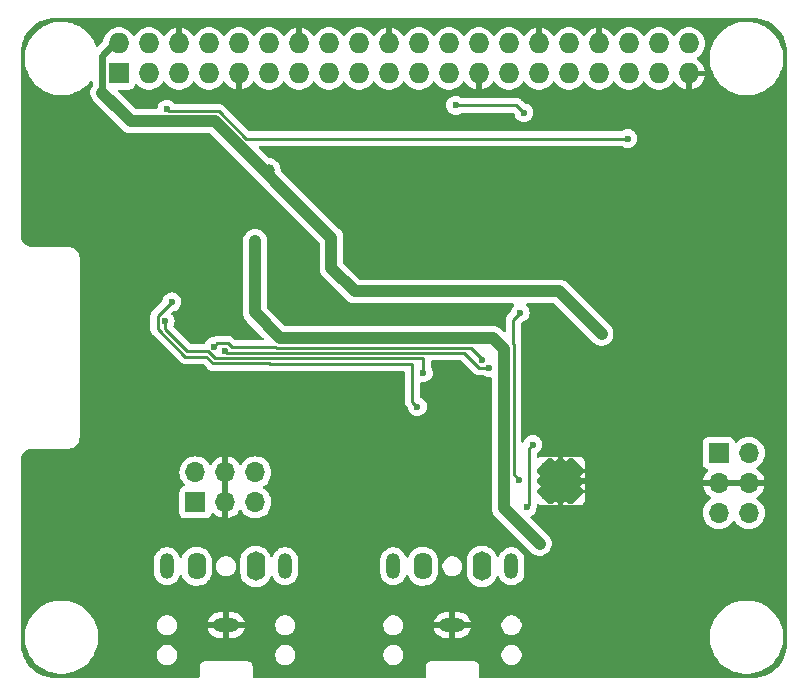
<source format=gbl>
G04 #@! TF.GenerationSoftware,KiCad,Pcbnew,8.0.4+1*
G04 #@! TF.CreationDate,2024-10-16T16:53:17+00:00*
G04 #@! TF.ProjectId,pedalboard-soundcard,70656461-6c62-46f6-9172-642d736f756e,1.0.0*
G04 #@! TF.SameCoordinates,Original*
G04 #@! TF.FileFunction,Copper,L2,Bot*
G04 #@! TF.FilePolarity,Positive*
%FSLAX46Y46*%
G04 Gerber Fmt 4.6, Leading zero omitted, Abs format (unit mm)*
G04 Created by KiCad (PCBNEW 8.0.4+1) date 2024-10-16 16:53:17*
%MOMM*%
%LPD*%
G01*
G04 APERTURE LIST*
G04 #@! TA.AperFunction,ComponentPad*
%ADD10R,1.727200X1.727200*%
G04 #@! TD*
G04 #@! TA.AperFunction,ComponentPad*
%ADD11O,1.727200X1.727200*%
G04 #@! TD*
G04 #@! TA.AperFunction,ComponentPad*
%ADD12O,1.200000X2.200000*%
G04 #@! TD*
G04 #@! TA.AperFunction,ComponentPad*
%ADD13O,1.600000X2.300000*%
G04 #@! TD*
G04 #@! TA.AperFunction,ComponentPad*
%ADD14O,2.200000X1.200000*%
G04 #@! TD*
G04 #@! TA.AperFunction,ComponentPad*
%ADD15O,1.600000X2.500000*%
G04 #@! TD*
G04 #@! TA.AperFunction,ComponentPad*
%ADD16C,0.500000*%
G04 #@! TD*
G04 #@! TA.AperFunction,SMDPad,CuDef*
%ADD17R,3.100000X3.100000*%
G04 #@! TD*
G04 #@! TA.AperFunction,ComponentPad*
%ADD18R,1.700000X1.700000*%
G04 #@! TD*
G04 #@! TA.AperFunction,ComponentPad*
%ADD19O,1.700000X1.700000*%
G04 #@! TD*
G04 #@! TA.AperFunction,ViaPad*
%ADD20C,0.600000*%
G04 #@! TD*
G04 #@! TA.AperFunction,ViaPad*
%ADD21C,1.000000*%
G04 #@! TD*
G04 #@! TA.AperFunction,Conductor*
%ADD22C,0.250000*%
G04 #@! TD*
G04 #@! TA.AperFunction,Conductor*
%ADD23C,1.000000*%
G04 #@! TD*
G04 #@! TA.AperFunction,Conductor*
%ADD24C,0.500000*%
G04 #@! TD*
G04 #@! TA.AperFunction,Conductor*
%ADD25C,0.600000*%
G04 #@! TD*
G04 APERTURE END LIST*
D10*
X56870000Y-57270000D03*
D11*
X56870000Y-54730000D03*
X59410000Y-57270000D03*
X59410000Y-54730000D03*
X61950000Y-57270000D03*
X61950000Y-54730000D03*
X64490000Y-57270000D03*
X64490000Y-54730000D03*
X67030000Y-57270000D03*
X67030000Y-54730000D03*
X69570000Y-57270000D03*
X69570000Y-54730000D03*
X72110000Y-57270000D03*
X72110000Y-54730000D03*
X74650000Y-57270000D03*
X74650000Y-54730000D03*
X77190000Y-57270000D03*
X77190000Y-54730000D03*
X79730000Y-57270000D03*
X79730000Y-54730000D03*
X82270000Y-57270000D03*
X82270000Y-54730000D03*
X84810000Y-57270000D03*
X84810000Y-54730000D03*
X87350000Y-57270000D03*
X87350000Y-54730000D03*
X89890000Y-57270000D03*
X89890000Y-54730000D03*
X92430000Y-57270000D03*
X92430000Y-54730000D03*
X94970000Y-57270000D03*
X94970000Y-54730000D03*
X97510000Y-57270000D03*
X97510000Y-54730000D03*
X100050000Y-57270000D03*
X100050000Y-54730000D03*
X102590000Y-57270000D03*
X102590000Y-54730000D03*
X105130000Y-57270000D03*
X105130000Y-54730000D03*
D12*
X60940000Y-99000000D03*
D13*
X63440000Y-99000000D03*
D14*
X65940000Y-104000000D03*
D12*
X70940000Y-99000000D03*
D15*
X68440000Y-99000000D03*
D16*
X92950000Y-93077000D03*
X93816667Y-93077000D03*
X94683333Y-93077000D03*
X95550000Y-93077000D03*
X92950000Y-92210333D03*
X93816667Y-92210333D03*
X94683333Y-92210333D03*
X95550000Y-92210333D03*
D17*
X94250000Y-91777000D03*
D16*
X92950000Y-91343667D03*
X93816667Y-91343667D03*
X94683333Y-91343667D03*
X95550000Y-91343667D03*
X92950000Y-90477000D03*
X93816667Y-90477000D03*
X94683333Y-90477000D03*
X95550000Y-90477000D03*
D12*
X80100000Y-99000000D03*
D13*
X82600000Y-99000000D03*
D14*
X85100000Y-104000000D03*
D12*
X90100000Y-99000000D03*
D15*
X87600000Y-99000000D03*
D18*
X63340000Y-93580000D03*
D19*
X63340000Y-91040000D03*
X65880000Y-93580000D03*
X65880000Y-91040000D03*
X68420000Y-93580000D03*
X68420000Y-91040000D03*
D18*
X107650000Y-89400000D03*
D19*
X110190000Y-89400000D03*
X107650000Y-91940000D03*
X110190000Y-91940000D03*
X107650000Y-94480000D03*
X110190000Y-94480000D03*
D20*
X100750000Y-88440000D03*
X92500000Y-100330000D03*
X87800000Y-84480000D03*
X77110000Y-95070000D03*
X64310000Y-73640000D03*
X82625000Y-77575000D03*
X60790000Y-82540000D03*
X73070000Y-95930000D03*
X100900000Y-79960000D03*
X82840000Y-61150000D03*
X84240000Y-72360000D03*
X92560000Y-85890000D03*
X73770000Y-74470000D03*
X87120000Y-64440000D03*
X100750000Y-86490000D03*
X88770000Y-72600000D03*
X59420000Y-76990000D03*
X106000000Y-100600000D03*
X96810000Y-100230000D03*
X75650000Y-83510000D03*
X71620000Y-86100000D03*
X63500000Y-82500000D03*
X105600000Y-83700000D03*
X71710000Y-78350000D03*
X82530000Y-72690000D03*
X66290000Y-73700000D03*
X76620000Y-85530000D03*
X58450000Y-95920000D03*
X71710000Y-74810000D03*
X94470000Y-100290000D03*
X87030000Y-77600000D03*
X100750000Y-90410000D03*
X63920000Y-79680000D03*
X54370000Y-95120000D03*
X89450000Y-88870000D03*
X92500000Y-97070000D03*
X91150000Y-60600000D03*
D21*
X86970000Y-79670000D03*
D20*
X68350500Y-76150000D03*
D21*
X80720000Y-79670000D03*
D20*
X85380000Y-59970000D03*
D21*
X68400000Y-71450000D03*
X97735000Y-79325000D03*
X69549500Y-65450000D03*
X76830000Y-75730000D03*
X56095000Y-59535000D03*
D20*
X87588178Y-81535000D03*
X64919647Y-80390353D03*
X88240000Y-82190000D03*
X65844722Y-80744500D03*
X82630000Y-82610000D03*
X60775000Y-78250001D03*
X61343707Y-76618810D03*
X82130000Y-85470000D03*
X99940000Y-62780000D03*
X60920000Y-60290500D03*
X90840000Y-77540000D03*
X90780000Y-91680000D03*
X91430000Y-93990000D03*
X91901382Y-88688618D03*
D22*
X85380000Y-59970000D02*
X90520000Y-59970000D01*
D23*
X89450000Y-94060000D02*
X92500000Y-97110000D01*
D22*
X90520000Y-59970000D02*
X91150000Y-60600000D01*
D23*
X92500000Y-97110000D02*
X92500000Y-97070000D01*
X68360000Y-77500000D02*
X70530000Y-79670000D01*
X88560000Y-79670000D02*
X80720000Y-79670000D01*
X68360000Y-71490000D02*
X68360000Y-76150000D01*
X89450000Y-88870000D02*
X89450000Y-94060000D01*
X89450000Y-88870000D02*
X89450000Y-80560000D01*
X68400000Y-71450000D02*
X68360000Y-71490000D01*
X89450000Y-80560000D02*
X88560000Y-79670000D01*
X70530000Y-79670000D02*
X80720000Y-79670000D01*
X68360000Y-76150000D02*
X68360000Y-77500000D01*
X68360000Y-76150000D02*
X68350500Y-76150000D01*
X76830000Y-75730000D02*
X94140000Y-75730000D01*
D24*
X56870000Y-54730000D02*
X56476400Y-54730000D01*
D25*
X56476400Y-54730000D02*
X55450000Y-55756400D01*
D23*
X74860000Y-73760000D02*
X74860000Y-71180000D01*
X64970000Y-61290000D02*
X57850000Y-61290000D01*
D24*
X56870000Y-54730000D02*
X56593600Y-55006400D01*
D25*
X55450000Y-55756400D02*
X55450000Y-58890000D01*
D23*
X57850000Y-61290000D02*
X56095000Y-59535000D01*
X55450000Y-58890000D02*
X57870000Y-61310000D01*
X76830000Y-75730000D02*
X74860000Y-73760000D01*
X74860000Y-71180000D02*
X64970000Y-61290000D01*
X94140000Y-75730000D02*
X97735000Y-79325000D01*
D22*
X86665000Y-80495000D02*
X87588178Y-81418178D01*
X87588178Y-81418178D02*
X87588178Y-81535000D01*
X65190500Y-80119500D02*
X66103606Y-80119500D01*
X70162774Y-80469500D02*
X70188274Y-80495000D01*
X70188274Y-80495000D02*
X86665000Y-80495000D01*
X66453606Y-80469500D02*
X70162774Y-80469500D01*
X64919647Y-80390353D02*
X65190500Y-80119500D01*
X66103606Y-80119500D02*
X66453606Y-80469500D01*
X87360000Y-82190000D02*
X88240000Y-82190000D01*
X66019722Y-80919500D02*
X69976378Y-80919500D01*
X70001878Y-80945000D02*
X86115000Y-80945000D01*
X65844722Y-80744500D02*
X66019722Y-80919500D01*
X86115000Y-80945000D02*
X87360000Y-82190000D01*
X69976378Y-80919500D02*
X70001878Y-80945000D01*
X69815482Y-81395000D02*
X82630000Y-81395000D01*
X62666396Y-80790000D02*
X64436116Y-80790000D01*
X60775000Y-78250001D02*
X60775000Y-78898604D01*
X64436116Y-80790000D02*
X65015616Y-81369500D01*
X82630000Y-81395000D02*
X82630000Y-82610000D01*
X65015616Y-81369500D02*
X69789982Y-81369500D01*
X69789982Y-81369500D02*
X69815482Y-81395000D01*
X60775000Y-78898604D02*
X62666396Y-80790000D01*
X81720000Y-85060000D02*
X82130000Y-85470000D01*
X64249720Y-81240000D02*
X64829220Y-81819500D01*
X69603586Y-81819500D02*
X69629086Y-81845000D01*
X61343707Y-76618810D02*
X60150000Y-77812517D01*
X64829220Y-81819500D02*
X69603586Y-81819500D01*
X81720000Y-81845000D02*
X81720000Y-85060000D01*
X60150000Y-78910000D02*
X62480000Y-81240000D01*
X69629086Y-81845000D02*
X81720000Y-81845000D01*
X62480000Y-81240000D02*
X64249720Y-81240000D01*
X60150000Y-77812517D02*
X60150000Y-78910000D01*
X60920000Y-60290500D02*
X61094500Y-60465000D01*
X67626726Y-62780000D02*
X99940000Y-62780000D01*
X61094500Y-60465000D02*
X65311726Y-60465000D01*
X65311726Y-60465000D02*
X67626726Y-62780000D01*
X90275000Y-80218274D02*
X90270000Y-80213274D01*
X90270000Y-80213274D02*
X90270000Y-78110000D01*
X90270000Y-78110000D02*
X90840000Y-77540000D01*
X90780000Y-91680000D02*
X90275000Y-91175000D01*
X90275000Y-91175000D02*
X90275000Y-80218274D01*
X91600000Y-93820000D02*
X91430000Y-93990000D01*
X91901382Y-88688618D02*
X91600000Y-88990000D01*
X91600000Y-88990000D02*
X91600000Y-93820000D01*
G04 #@! TA.AperFunction,Conductor*
G36*
X109724075Y-91747007D02*
G01*
X109690000Y-91874174D01*
X109690000Y-92005826D01*
X109724075Y-92132993D01*
X109756988Y-92190000D01*
X108083012Y-92190000D01*
X108115925Y-92132993D01*
X108150000Y-92005826D01*
X108150000Y-91874174D01*
X108115925Y-91747007D01*
X108083012Y-91690000D01*
X109756988Y-91690000D01*
X109724075Y-91747007D01*
G37*
G04 #@! TD.AperFunction*
G04 #@! TA.AperFunction,Conductor*
G36*
X66130000Y-93146988D02*
G01*
X66072993Y-93114075D01*
X65945826Y-93080000D01*
X65814174Y-93080000D01*
X65687007Y-93114075D01*
X65630000Y-93146988D01*
X65630000Y-91473012D01*
X65687007Y-91505925D01*
X65814174Y-91540000D01*
X65945826Y-91540000D01*
X66072993Y-91505925D01*
X66130000Y-91473012D01*
X66130000Y-93146988D01*
G37*
G04 #@! TD.AperFunction*
G04 #@! TA.AperFunction,Conductor*
G36*
X110503472Y-52550695D02*
G01*
X110823297Y-52568656D01*
X110837094Y-52570210D01*
X111149457Y-52623283D01*
X111163014Y-52626377D01*
X111467469Y-52714089D01*
X111480593Y-52718682D01*
X111773304Y-52839926D01*
X111785826Y-52845955D01*
X112063139Y-52999221D01*
X112074900Y-53006611D01*
X112333314Y-53189966D01*
X112344174Y-53198627D01*
X112580418Y-53409749D01*
X112590250Y-53419581D01*
X112801372Y-53655825D01*
X112810035Y-53666687D01*
X112993385Y-53925094D01*
X113000778Y-53936860D01*
X113154040Y-54214166D01*
X113160073Y-54226695D01*
X113281317Y-54519406D01*
X113285910Y-54532530D01*
X113373622Y-54836985D01*
X113376716Y-54850542D01*
X113429787Y-55162894D01*
X113431344Y-55176712D01*
X113449305Y-55496527D01*
X113449500Y-55503480D01*
X113449500Y-105496519D01*
X113449305Y-105503472D01*
X113431344Y-105823287D01*
X113429787Y-105837105D01*
X113376716Y-106149457D01*
X113373622Y-106163014D01*
X113285910Y-106467469D01*
X113281317Y-106480593D01*
X113160073Y-106773304D01*
X113154040Y-106785833D01*
X113000778Y-107063139D01*
X112993380Y-107074912D01*
X112815145Y-107326112D01*
X112810043Y-107333302D01*
X112801372Y-107344174D01*
X112590250Y-107580418D01*
X112580418Y-107590250D01*
X112344174Y-107801372D01*
X112333302Y-107810043D01*
X112074913Y-107993380D01*
X112063139Y-108000778D01*
X111785833Y-108154040D01*
X111773304Y-108160073D01*
X111480593Y-108281317D01*
X111467469Y-108285910D01*
X111163014Y-108373622D01*
X111149457Y-108376716D01*
X110837105Y-108429787D01*
X110823287Y-108431344D01*
X110503472Y-108449305D01*
X110496519Y-108449500D01*
X87474500Y-108449500D01*
X87407461Y-108429815D01*
X87361706Y-108377011D01*
X87350500Y-108325500D01*
X87350500Y-107440693D01*
X87350500Y-107440691D01*
X87319799Y-107326114D01*
X87260489Y-107223387D01*
X87176613Y-107139511D01*
X87073886Y-107080201D01*
X86959309Y-107049500D01*
X86920918Y-107049500D01*
X83316408Y-107049500D01*
X83300000Y-107049500D01*
X83240691Y-107049500D01*
X83126114Y-107080201D01*
X83126112Y-107080201D01*
X83126112Y-107080202D01*
X83023387Y-107139511D01*
X83023384Y-107139513D01*
X82939513Y-107223384D01*
X82939511Y-107223387D01*
X82886326Y-107315506D01*
X82880201Y-107326114D01*
X82849500Y-107440691D01*
X82849500Y-107440693D01*
X82849500Y-108325500D01*
X82829815Y-108392539D01*
X82777011Y-108438294D01*
X82725500Y-108449500D01*
X68314500Y-108449500D01*
X68247461Y-108429815D01*
X68201706Y-108377011D01*
X68190500Y-108325500D01*
X68190500Y-107440693D01*
X68190500Y-107440691D01*
X68159799Y-107326114D01*
X68100489Y-107223387D01*
X68016613Y-107139511D01*
X67913886Y-107080201D01*
X67799309Y-107049500D01*
X67760918Y-107049500D01*
X64156408Y-107049500D01*
X64140000Y-107049500D01*
X64080691Y-107049500D01*
X63966114Y-107080201D01*
X63966112Y-107080201D01*
X63966112Y-107080202D01*
X63863387Y-107139511D01*
X63863384Y-107139513D01*
X63779513Y-107223384D01*
X63779511Y-107223387D01*
X63726326Y-107315506D01*
X63720201Y-107326114D01*
X63689500Y-107440691D01*
X63689500Y-107440693D01*
X63689500Y-108325500D01*
X63669815Y-108392539D01*
X63617011Y-108438294D01*
X63565500Y-108449500D01*
X51503481Y-108449500D01*
X51496528Y-108449305D01*
X51176712Y-108431344D01*
X51162894Y-108429787D01*
X50850542Y-108376716D01*
X50836985Y-108373622D01*
X50532530Y-108285910D01*
X50519406Y-108281317D01*
X50226695Y-108160073D01*
X50214166Y-108154040D01*
X49936860Y-108000778D01*
X49925094Y-107993385D01*
X49666687Y-107810035D01*
X49655825Y-107801372D01*
X49419581Y-107590250D01*
X49409749Y-107580418D01*
X49198627Y-107344174D01*
X49189966Y-107333314D01*
X49006611Y-107074900D01*
X48999221Y-107063139D01*
X48991683Y-107049500D01*
X48845955Y-106785826D01*
X48839926Y-106773304D01*
X48829475Y-106748074D01*
X48761418Y-106583768D01*
X48718682Y-106480593D01*
X48714089Y-106467469D01*
X48626377Y-106163014D01*
X48623283Y-106149457D01*
X48614394Y-106097139D01*
X48570210Y-105837094D01*
X48568656Y-105823297D01*
X48550695Y-105503472D01*
X48550500Y-105496519D01*
X48550500Y-104825875D01*
X48899500Y-104825875D01*
X48899500Y-105174124D01*
X48938489Y-105520158D01*
X48938491Y-105520170D01*
X49015982Y-105859684D01*
X49015985Y-105859692D01*
X49130999Y-106188382D01*
X49282092Y-106502130D01*
X49467371Y-106796999D01*
X49467372Y-106797001D01*
X49684487Y-107069256D01*
X49930743Y-107315512D01*
X50202998Y-107532627D01*
X50203001Y-107532628D01*
X50203003Y-107532630D01*
X50497867Y-107717906D01*
X50811621Y-107869002D01*
X51058488Y-107955384D01*
X51140307Y-107984014D01*
X51140315Y-107984017D01*
X51140318Y-107984017D01*
X51140319Y-107984018D01*
X51479829Y-108061509D01*
X51825876Y-108100499D01*
X51825877Y-108100500D01*
X51825880Y-108100500D01*
X52174123Y-108100500D01*
X52174123Y-108100499D01*
X52520171Y-108061509D01*
X52859681Y-107984018D01*
X53188379Y-107869002D01*
X53502133Y-107717906D01*
X53796997Y-107532630D01*
X53837914Y-107500000D01*
X54069256Y-107315512D01*
X54069258Y-107315509D01*
X54069263Y-107315506D01*
X54315506Y-107069263D01*
X54315534Y-107069229D01*
X54532627Y-106797001D01*
X54532628Y-106796999D01*
X54532630Y-106796997D01*
X54717906Y-106502133D01*
X54759276Y-106416228D01*
X60089500Y-106416228D01*
X60089500Y-106583771D01*
X60122182Y-106748074D01*
X60122184Y-106748082D01*
X60186295Y-106902860D01*
X60279373Y-107042162D01*
X60397837Y-107160626D01*
X60452760Y-107197324D01*
X60537137Y-107253703D01*
X60691918Y-107317816D01*
X60798333Y-107338983D01*
X60856228Y-107350499D01*
X60856232Y-107350500D01*
X60856233Y-107350500D01*
X61023768Y-107350500D01*
X61023769Y-107350499D01*
X61188082Y-107317816D01*
X61342863Y-107253703D01*
X61482162Y-107160626D01*
X61600626Y-107042162D01*
X61693703Y-106902863D01*
X61757816Y-106748082D01*
X61790500Y-106583767D01*
X61790500Y-106416233D01*
X61790499Y-106416228D01*
X70089500Y-106416228D01*
X70089500Y-106583771D01*
X70122182Y-106748074D01*
X70122184Y-106748082D01*
X70186295Y-106902860D01*
X70279373Y-107042162D01*
X70397837Y-107160626D01*
X70452760Y-107197324D01*
X70537137Y-107253703D01*
X70691918Y-107317816D01*
X70798333Y-107338983D01*
X70856228Y-107350499D01*
X70856232Y-107350500D01*
X70856233Y-107350500D01*
X71023768Y-107350500D01*
X71023769Y-107350499D01*
X71188082Y-107317816D01*
X71342863Y-107253703D01*
X71482162Y-107160626D01*
X71600626Y-107042162D01*
X71693703Y-106902863D01*
X71757816Y-106748082D01*
X71790500Y-106583767D01*
X71790500Y-106416233D01*
X71790499Y-106416228D01*
X79249500Y-106416228D01*
X79249500Y-106583771D01*
X79282182Y-106748074D01*
X79282184Y-106748082D01*
X79346295Y-106902860D01*
X79439373Y-107042162D01*
X79557837Y-107160626D01*
X79612760Y-107197324D01*
X79697137Y-107253703D01*
X79851918Y-107317816D01*
X79958333Y-107338983D01*
X80016228Y-107350499D01*
X80016232Y-107350500D01*
X80016233Y-107350500D01*
X80183768Y-107350500D01*
X80183769Y-107350499D01*
X80348082Y-107317816D01*
X80502863Y-107253703D01*
X80642162Y-107160626D01*
X80760626Y-107042162D01*
X80853703Y-106902863D01*
X80917816Y-106748082D01*
X80950500Y-106583767D01*
X80950500Y-106416233D01*
X80950499Y-106416228D01*
X89249500Y-106416228D01*
X89249500Y-106583771D01*
X89282182Y-106748074D01*
X89282184Y-106748082D01*
X89346295Y-106902860D01*
X89439373Y-107042162D01*
X89557837Y-107160626D01*
X89612760Y-107197324D01*
X89697137Y-107253703D01*
X89851918Y-107317816D01*
X89958333Y-107338983D01*
X90016228Y-107350499D01*
X90016232Y-107350500D01*
X90016233Y-107350500D01*
X90183768Y-107350500D01*
X90183769Y-107350499D01*
X90348082Y-107317816D01*
X90502863Y-107253703D01*
X90642162Y-107160626D01*
X90760626Y-107042162D01*
X90853703Y-106902863D01*
X90917816Y-106748082D01*
X90950500Y-106583767D01*
X90950500Y-106416233D01*
X90917816Y-106251918D01*
X90853703Y-106097137D01*
X90822537Y-106050494D01*
X90760626Y-105957837D01*
X90642162Y-105839373D01*
X90502860Y-105746295D01*
X90348082Y-105682184D01*
X90348074Y-105682182D01*
X90183771Y-105649500D01*
X90183767Y-105649500D01*
X90016233Y-105649500D01*
X90016228Y-105649500D01*
X89851925Y-105682182D01*
X89851917Y-105682184D01*
X89697139Y-105746295D01*
X89557837Y-105839373D01*
X89439373Y-105957837D01*
X89346295Y-106097139D01*
X89282184Y-106251917D01*
X89282182Y-106251925D01*
X89249500Y-106416228D01*
X80950499Y-106416228D01*
X80917816Y-106251918D01*
X80853703Y-106097137D01*
X80822537Y-106050494D01*
X80760626Y-105957837D01*
X80642162Y-105839373D01*
X80502860Y-105746295D01*
X80348082Y-105682184D01*
X80348074Y-105682182D01*
X80183771Y-105649500D01*
X80183767Y-105649500D01*
X80016233Y-105649500D01*
X80016228Y-105649500D01*
X79851925Y-105682182D01*
X79851917Y-105682184D01*
X79697139Y-105746295D01*
X79557837Y-105839373D01*
X79439373Y-105957837D01*
X79346295Y-106097139D01*
X79282184Y-106251917D01*
X79282182Y-106251925D01*
X79249500Y-106416228D01*
X71790499Y-106416228D01*
X71757816Y-106251918D01*
X71693703Y-106097137D01*
X71662537Y-106050494D01*
X71600626Y-105957837D01*
X71482162Y-105839373D01*
X71342860Y-105746295D01*
X71188082Y-105682184D01*
X71188074Y-105682182D01*
X71023771Y-105649500D01*
X71023767Y-105649500D01*
X70856233Y-105649500D01*
X70856228Y-105649500D01*
X70691925Y-105682182D01*
X70691917Y-105682184D01*
X70537139Y-105746295D01*
X70397837Y-105839373D01*
X70279373Y-105957837D01*
X70186295Y-106097139D01*
X70122184Y-106251917D01*
X70122182Y-106251925D01*
X70089500Y-106416228D01*
X61790499Y-106416228D01*
X61757816Y-106251918D01*
X61693703Y-106097137D01*
X61662537Y-106050494D01*
X61600626Y-105957837D01*
X61482162Y-105839373D01*
X61342860Y-105746295D01*
X61188082Y-105682184D01*
X61188074Y-105682182D01*
X61023771Y-105649500D01*
X61023767Y-105649500D01*
X60856233Y-105649500D01*
X60856228Y-105649500D01*
X60691925Y-105682182D01*
X60691917Y-105682184D01*
X60537139Y-105746295D01*
X60397837Y-105839373D01*
X60279373Y-105957837D01*
X60186295Y-106097139D01*
X60122184Y-106251917D01*
X60122182Y-106251925D01*
X60089500Y-106416228D01*
X54759276Y-106416228D01*
X54869002Y-106188379D01*
X54984018Y-105859681D01*
X55061509Y-105520171D01*
X55100500Y-105174120D01*
X55100500Y-104825880D01*
X55061509Y-104479829D01*
X54984018Y-104140319D01*
X54905605Y-103916228D01*
X60089500Y-103916228D01*
X60089500Y-104083771D01*
X60122182Y-104248074D01*
X60122184Y-104248082D01*
X60186295Y-104402860D01*
X60279373Y-104542162D01*
X60397837Y-104660626D01*
X60481612Y-104716602D01*
X60537137Y-104753703D01*
X60691918Y-104817816D01*
X60856228Y-104850499D01*
X60856232Y-104850500D01*
X60856233Y-104850500D01*
X61023768Y-104850500D01*
X61023769Y-104850499D01*
X61188082Y-104817816D01*
X61342863Y-104753703D01*
X61482162Y-104660626D01*
X61600626Y-104542162D01*
X61693703Y-104402863D01*
X61757022Y-104250000D01*
X64365885Y-104250000D01*
X64367085Y-104257584D01*
X64420591Y-104422255D01*
X64499195Y-104576524D01*
X64600967Y-104716602D01*
X64723397Y-104839032D01*
X64863475Y-104940804D01*
X65017742Y-105019408D01*
X65182415Y-105072914D01*
X65353429Y-105100000D01*
X65690000Y-105100000D01*
X66190000Y-105100000D01*
X66526571Y-105100000D01*
X66697584Y-105072914D01*
X66862257Y-105019408D01*
X67016524Y-104940804D01*
X67156602Y-104839032D01*
X67279032Y-104716602D01*
X67380804Y-104576524D01*
X67459408Y-104422255D01*
X67512914Y-104257584D01*
X67514115Y-104250000D01*
X66190000Y-104250000D01*
X66190000Y-105100000D01*
X65690000Y-105100000D01*
X65690000Y-104250000D01*
X64365885Y-104250000D01*
X61757022Y-104250000D01*
X61757816Y-104248082D01*
X61790500Y-104083767D01*
X61790500Y-103960218D01*
X65240000Y-103960218D01*
X65240000Y-104039782D01*
X65270448Y-104113291D01*
X65326709Y-104169552D01*
X65400218Y-104200000D01*
X66479782Y-104200000D01*
X66553291Y-104169552D01*
X66609552Y-104113291D01*
X66640000Y-104039782D01*
X66640000Y-103960218D01*
X66621779Y-103916228D01*
X70089500Y-103916228D01*
X70089500Y-104083771D01*
X70122182Y-104248074D01*
X70122184Y-104248082D01*
X70186295Y-104402860D01*
X70279373Y-104542162D01*
X70397837Y-104660626D01*
X70481612Y-104716602D01*
X70537137Y-104753703D01*
X70691918Y-104817816D01*
X70856228Y-104850499D01*
X70856232Y-104850500D01*
X70856233Y-104850500D01*
X71023768Y-104850500D01*
X71023769Y-104850499D01*
X71188082Y-104817816D01*
X71342863Y-104753703D01*
X71482162Y-104660626D01*
X71600626Y-104542162D01*
X71693703Y-104402863D01*
X71757816Y-104248082D01*
X71790500Y-104083767D01*
X71790500Y-103916233D01*
X71790499Y-103916228D01*
X79249500Y-103916228D01*
X79249500Y-104083771D01*
X79282182Y-104248074D01*
X79282184Y-104248082D01*
X79346295Y-104402860D01*
X79439373Y-104542162D01*
X79557837Y-104660626D01*
X79641612Y-104716602D01*
X79697137Y-104753703D01*
X79851918Y-104817816D01*
X80016228Y-104850499D01*
X80016232Y-104850500D01*
X80016233Y-104850500D01*
X80183768Y-104850500D01*
X80183769Y-104850499D01*
X80348082Y-104817816D01*
X80502863Y-104753703D01*
X80642162Y-104660626D01*
X80760626Y-104542162D01*
X80853703Y-104402863D01*
X80917022Y-104250000D01*
X83525885Y-104250000D01*
X83527085Y-104257584D01*
X83580591Y-104422255D01*
X83659195Y-104576524D01*
X83760967Y-104716602D01*
X83883397Y-104839032D01*
X84023475Y-104940804D01*
X84177742Y-105019408D01*
X84342415Y-105072914D01*
X84513429Y-105100000D01*
X84850000Y-105100000D01*
X85350000Y-105100000D01*
X85686571Y-105100000D01*
X85857584Y-105072914D01*
X86022257Y-105019408D01*
X86176524Y-104940804D01*
X86316602Y-104839032D01*
X86439032Y-104716602D01*
X86540804Y-104576524D01*
X86619408Y-104422255D01*
X86672914Y-104257584D01*
X86674115Y-104250000D01*
X85350000Y-104250000D01*
X85350000Y-105100000D01*
X84850000Y-105100000D01*
X84850000Y-104250000D01*
X83525885Y-104250000D01*
X80917022Y-104250000D01*
X80917816Y-104248082D01*
X80950500Y-104083767D01*
X80950500Y-103960218D01*
X84400000Y-103960218D01*
X84400000Y-104039782D01*
X84430448Y-104113291D01*
X84486709Y-104169552D01*
X84560218Y-104200000D01*
X85639782Y-104200000D01*
X85713291Y-104169552D01*
X85769552Y-104113291D01*
X85800000Y-104039782D01*
X85800000Y-103960218D01*
X85781779Y-103916228D01*
X89249500Y-103916228D01*
X89249500Y-104083771D01*
X89282182Y-104248074D01*
X89282184Y-104248082D01*
X89346295Y-104402860D01*
X89439373Y-104542162D01*
X89557837Y-104660626D01*
X89641612Y-104716602D01*
X89697137Y-104753703D01*
X89851918Y-104817816D01*
X90016228Y-104850499D01*
X90016232Y-104850500D01*
X90016233Y-104850500D01*
X90183768Y-104850500D01*
X90183769Y-104850499D01*
X90307566Y-104825875D01*
X106899500Y-104825875D01*
X106899500Y-105174124D01*
X106938489Y-105520158D01*
X106938491Y-105520170D01*
X107015982Y-105859684D01*
X107015985Y-105859692D01*
X107130999Y-106188382D01*
X107282092Y-106502130D01*
X107467371Y-106796999D01*
X107467372Y-106797001D01*
X107684487Y-107069256D01*
X107930743Y-107315512D01*
X108202998Y-107532627D01*
X108203001Y-107532628D01*
X108203003Y-107532630D01*
X108497867Y-107717906D01*
X108811621Y-107869002D01*
X109058488Y-107955384D01*
X109140307Y-107984014D01*
X109140315Y-107984017D01*
X109140318Y-107984017D01*
X109140319Y-107984018D01*
X109479829Y-108061509D01*
X109825876Y-108100499D01*
X109825877Y-108100500D01*
X109825880Y-108100500D01*
X110174123Y-108100500D01*
X110174123Y-108100499D01*
X110520171Y-108061509D01*
X110859681Y-107984018D01*
X111188379Y-107869002D01*
X111502133Y-107717906D01*
X111796997Y-107532630D01*
X111837914Y-107500000D01*
X112069256Y-107315512D01*
X112069258Y-107315509D01*
X112069263Y-107315506D01*
X112315506Y-107069263D01*
X112315534Y-107069229D01*
X112532627Y-106797001D01*
X112532628Y-106796999D01*
X112532630Y-106796997D01*
X112717906Y-106502133D01*
X112869002Y-106188379D01*
X112984018Y-105859681D01*
X113061509Y-105520171D01*
X113100500Y-105174120D01*
X113100500Y-104825880D01*
X113061509Y-104479829D01*
X112984018Y-104140319D01*
X112869002Y-103811621D01*
X112717906Y-103497867D01*
X112532630Y-103203003D01*
X112532628Y-103203000D01*
X112532627Y-103202998D01*
X112315512Y-102930743D01*
X112069256Y-102684487D01*
X111797001Y-102467372D01*
X111796999Y-102467371D01*
X111502130Y-102282092D01*
X111188382Y-102130999D01*
X110859692Y-102015985D01*
X110859684Y-102015982D01*
X110605048Y-101957863D01*
X110520171Y-101938491D01*
X110520167Y-101938490D01*
X110520158Y-101938489D01*
X110174124Y-101899500D01*
X110174120Y-101899500D01*
X109825880Y-101899500D01*
X109825875Y-101899500D01*
X109479841Y-101938489D01*
X109479829Y-101938491D01*
X109140315Y-102015982D01*
X109140307Y-102015985D01*
X108811617Y-102130999D01*
X108497869Y-102282092D01*
X108203000Y-102467371D01*
X108202998Y-102467372D01*
X107930743Y-102684487D01*
X107684487Y-102930743D01*
X107467372Y-103202998D01*
X107467371Y-103203000D01*
X107282092Y-103497869D01*
X107130999Y-103811617D01*
X107015985Y-104140307D01*
X107015982Y-104140315D01*
X106938491Y-104479829D01*
X106938489Y-104479841D01*
X106899500Y-104825875D01*
X90307566Y-104825875D01*
X90348082Y-104817816D01*
X90502863Y-104753703D01*
X90642162Y-104660626D01*
X90760626Y-104542162D01*
X90853703Y-104402863D01*
X90917816Y-104248082D01*
X90950500Y-104083767D01*
X90950500Y-103916233D01*
X90917816Y-103751918D01*
X90853703Y-103597137D01*
X90787373Y-103497867D01*
X90760626Y-103457837D01*
X90642162Y-103339373D01*
X90502860Y-103246295D01*
X90348082Y-103182184D01*
X90348074Y-103182182D01*
X90183771Y-103149500D01*
X90183767Y-103149500D01*
X90016233Y-103149500D01*
X90016228Y-103149500D01*
X89851925Y-103182182D01*
X89851917Y-103182184D01*
X89697139Y-103246295D01*
X89557837Y-103339373D01*
X89439373Y-103457837D01*
X89346295Y-103597139D01*
X89282184Y-103751917D01*
X89282182Y-103751925D01*
X89249500Y-103916228D01*
X85781779Y-103916228D01*
X85769552Y-103886709D01*
X85713291Y-103830448D01*
X85639782Y-103800000D01*
X84560218Y-103800000D01*
X84486709Y-103830448D01*
X84430448Y-103886709D01*
X84400000Y-103960218D01*
X80950500Y-103960218D01*
X80950500Y-103916233D01*
X80917816Y-103751918D01*
X80917021Y-103749999D01*
X83525884Y-103749999D01*
X83525885Y-103750000D01*
X84850000Y-103750000D01*
X85350000Y-103750000D01*
X86674115Y-103750000D01*
X86674115Y-103749999D01*
X86672914Y-103742415D01*
X86619408Y-103577744D01*
X86540804Y-103423475D01*
X86439032Y-103283397D01*
X86316602Y-103160967D01*
X86176524Y-103059195D01*
X86022257Y-102980591D01*
X85857584Y-102927085D01*
X85686571Y-102900000D01*
X85350000Y-102900000D01*
X85350000Y-103750000D01*
X84850000Y-103750000D01*
X84850000Y-102900000D01*
X84513429Y-102900000D01*
X84342415Y-102927085D01*
X84177742Y-102980591D01*
X84023475Y-103059195D01*
X83883397Y-103160967D01*
X83760967Y-103283397D01*
X83659195Y-103423475D01*
X83580591Y-103577744D01*
X83527085Y-103742415D01*
X83525884Y-103749999D01*
X80917021Y-103749999D01*
X80853703Y-103597137D01*
X80787373Y-103497867D01*
X80760626Y-103457837D01*
X80642162Y-103339373D01*
X80502860Y-103246295D01*
X80348082Y-103182184D01*
X80348074Y-103182182D01*
X80183771Y-103149500D01*
X80183767Y-103149500D01*
X80016233Y-103149500D01*
X80016228Y-103149500D01*
X79851925Y-103182182D01*
X79851917Y-103182184D01*
X79697139Y-103246295D01*
X79557837Y-103339373D01*
X79439373Y-103457837D01*
X79346295Y-103597139D01*
X79282184Y-103751917D01*
X79282182Y-103751925D01*
X79249500Y-103916228D01*
X71790499Y-103916228D01*
X71757816Y-103751918D01*
X71693703Y-103597137D01*
X71627373Y-103497867D01*
X71600626Y-103457837D01*
X71482162Y-103339373D01*
X71342860Y-103246295D01*
X71188082Y-103182184D01*
X71188074Y-103182182D01*
X71023771Y-103149500D01*
X71023767Y-103149500D01*
X70856233Y-103149500D01*
X70856228Y-103149500D01*
X70691925Y-103182182D01*
X70691917Y-103182184D01*
X70537139Y-103246295D01*
X70397837Y-103339373D01*
X70279373Y-103457837D01*
X70186295Y-103597139D01*
X70122184Y-103751917D01*
X70122182Y-103751925D01*
X70089500Y-103916228D01*
X66621779Y-103916228D01*
X66609552Y-103886709D01*
X66553291Y-103830448D01*
X66479782Y-103800000D01*
X65400218Y-103800000D01*
X65326709Y-103830448D01*
X65270448Y-103886709D01*
X65240000Y-103960218D01*
X61790500Y-103960218D01*
X61790500Y-103916233D01*
X61757816Y-103751918D01*
X61757021Y-103749999D01*
X64365884Y-103749999D01*
X64365885Y-103750000D01*
X65690000Y-103750000D01*
X66190000Y-103750000D01*
X67514115Y-103750000D01*
X67514115Y-103749999D01*
X67512914Y-103742415D01*
X67459408Y-103577744D01*
X67380804Y-103423475D01*
X67279032Y-103283397D01*
X67156602Y-103160967D01*
X67016524Y-103059195D01*
X66862257Y-102980591D01*
X66697584Y-102927085D01*
X66526571Y-102900000D01*
X66190000Y-102900000D01*
X66190000Y-103750000D01*
X65690000Y-103750000D01*
X65690000Y-102900000D01*
X65353429Y-102900000D01*
X65182415Y-102927085D01*
X65017742Y-102980591D01*
X64863475Y-103059195D01*
X64723397Y-103160967D01*
X64600967Y-103283397D01*
X64499195Y-103423475D01*
X64420591Y-103577744D01*
X64367085Y-103742415D01*
X64365884Y-103749999D01*
X61757021Y-103749999D01*
X61693703Y-103597137D01*
X61627373Y-103497867D01*
X61600626Y-103457837D01*
X61482162Y-103339373D01*
X61342860Y-103246295D01*
X61188082Y-103182184D01*
X61188074Y-103182182D01*
X61023771Y-103149500D01*
X61023767Y-103149500D01*
X60856233Y-103149500D01*
X60856228Y-103149500D01*
X60691925Y-103182182D01*
X60691917Y-103182184D01*
X60537139Y-103246295D01*
X60397837Y-103339373D01*
X60279373Y-103457837D01*
X60186295Y-103597139D01*
X60122184Y-103751917D01*
X60122182Y-103751925D01*
X60089500Y-103916228D01*
X54905605Y-103916228D01*
X54869002Y-103811621D01*
X54717906Y-103497867D01*
X54532630Y-103203003D01*
X54532628Y-103203000D01*
X54532627Y-103202998D01*
X54315512Y-102930743D01*
X54069256Y-102684487D01*
X53797001Y-102467372D01*
X53796999Y-102467371D01*
X53502130Y-102282092D01*
X53188382Y-102130999D01*
X52859692Y-102015985D01*
X52859684Y-102015982D01*
X52605048Y-101957863D01*
X52520171Y-101938491D01*
X52520167Y-101938490D01*
X52520158Y-101938489D01*
X52174124Y-101899500D01*
X52174120Y-101899500D01*
X51825880Y-101899500D01*
X51825875Y-101899500D01*
X51479841Y-101938489D01*
X51479829Y-101938491D01*
X51140315Y-102015982D01*
X51140307Y-102015985D01*
X50811617Y-102130999D01*
X50497869Y-102282092D01*
X50203000Y-102467371D01*
X50202998Y-102467372D01*
X49930743Y-102684487D01*
X49684487Y-102930743D01*
X49467372Y-103202998D01*
X49467371Y-103203000D01*
X49282092Y-103497869D01*
X49130999Y-103811617D01*
X49015985Y-104140307D01*
X49015982Y-104140315D01*
X48938491Y-104479829D01*
X48938489Y-104479841D01*
X48899500Y-104825875D01*
X48550500Y-104825875D01*
X48550500Y-98413389D01*
X59839500Y-98413389D01*
X59839500Y-99586610D01*
X59865964Y-99753703D01*
X59866598Y-99757701D01*
X59920127Y-99922445D01*
X59998768Y-100076788D01*
X60100586Y-100216928D01*
X60223072Y-100339414D01*
X60363212Y-100441232D01*
X60517555Y-100519873D01*
X60682299Y-100573402D01*
X60853389Y-100600500D01*
X60853390Y-100600500D01*
X61026610Y-100600500D01*
X61026611Y-100600500D01*
X61197701Y-100573402D01*
X61362445Y-100519873D01*
X61516788Y-100441232D01*
X61656928Y-100339414D01*
X61779414Y-100216928D01*
X61881232Y-100076788D01*
X61959873Y-99922445D01*
X61991292Y-99825745D01*
X62030728Y-99768072D01*
X62095086Y-99740873D01*
X62163933Y-99752787D01*
X62215409Y-99800031D01*
X62227152Y-99825744D01*
X62234780Y-99849220D01*
X62327715Y-100031613D01*
X62448028Y-100197213D01*
X62592786Y-100341971D01*
X62729410Y-100441232D01*
X62758390Y-100462287D01*
X62871405Y-100519871D01*
X62940776Y-100555218D01*
X62940778Y-100555218D01*
X62940781Y-100555220D01*
X63045137Y-100589127D01*
X63135465Y-100618477D01*
X63236557Y-100634488D01*
X63337648Y-100650500D01*
X63337649Y-100650500D01*
X63542351Y-100650500D01*
X63542352Y-100650500D01*
X63744534Y-100618477D01*
X63939219Y-100555220D01*
X64121610Y-100462287D01*
X64214590Y-100394732D01*
X64287213Y-100341971D01*
X64287215Y-100341968D01*
X64287219Y-100341966D01*
X64431966Y-100197219D01*
X64431968Y-100197215D01*
X64431971Y-100197213D01*
X64484732Y-100124590D01*
X64552287Y-100031610D01*
X64645220Y-99849219D01*
X64708477Y-99654534D01*
X64740500Y-99452352D01*
X64740500Y-98916228D01*
X65089500Y-98916228D01*
X65089500Y-99083771D01*
X65122182Y-99248074D01*
X65122184Y-99248082D01*
X65186295Y-99402860D01*
X65279373Y-99542162D01*
X65397837Y-99660626D01*
X65490494Y-99722537D01*
X65537137Y-99753703D01*
X65537138Y-99753703D01*
X65537139Y-99753704D01*
X65572201Y-99768227D01*
X65691918Y-99817816D01*
X65849793Y-99849219D01*
X65856228Y-99850499D01*
X65856232Y-99850500D01*
X65856233Y-99850500D01*
X66023768Y-99850500D01*
X66023769Y-99850499D01*
X66188082Y-99817816D01*
X66342863Y-99753703D01*
X66482162Y-99660626D01*
X66600626Y-99542162D01*
X66693703Y-99402863D01*
X66757816Y-99248082D01*
X66790500Y-99083767D01*
X66790500Y-98916233D01*
X66757816Y-98751918D01*
X66693703Y-98597137D01*
X66660635Y-98547648D01*
X66600626Y-98457837D01*
X66590437Y-98447648D01*
X67139500Y-98447648D01*
X67139500Y-99552351D01*
X67171522Y-99754534D01*
X67234781Y-99949223D01*
X67327715Y-100131613D01*
X67448028Y-100297213D01*
X67592786Y-100441971D01*
X67747749Y-100554556D01*
X67758390Y-100562287D01*
X67868669Y-100618477D01*
X67940776Y-100655218D01*
X67940778Y-100655218D01*
X67940781Y-100655220D01*
X68045137Y-100689127D01*
X68135465Y-100718477D01*
X68236557Y-100734488D01*
X68337648Y-100750500D01*
X68337649Y-100750500D01*
X68542351Y-100750500D01*
X68542352Y-100750500D01*
X68744534Y-100718477D01*
X68939219Y-100655220D01*
X69121610Y-100562287D01*
X69214590Y-100494732D01*
X69287213Y-100441971D01*
X69287215Y-100441968D01*
X69287219Y-100441966D01*
X69431966Y-100297219D01*
X69431968Y-100297215D01*
X69431971Y-100297213D01*
X69490300Y-100216928D01*
X69552287Y-100131610D01*
X69645220Y-99949219D01*
X69669092Y-99875745D01*
X69708529Y-99818072D01*
X69772888Y-99790873D01*
X69841734Y-99802787D01*
X69893210Y-99850031D01*
X69904952Y-99875741D01*
X69920127Y-99922445D01*
X69998768Y-100076788D01*
X70100586Y-100216928D01*
X70223072Y-100339414D01*
X70363212Y-100441232D01*
X70517555Y-100519873D01*
X70682299Y-100573402D01*
X70853389Y-100600500D01*
X70853390Y-100600500D01*
X71026610Y-100600500D01*
X71026611Y-100600500D01*
X71197701Y-100573402D01*
X71362445Y-100519873D01*
X71516788Y-100441232D01*
X71656928Y-100339414D01*
X71779414Y-100216928D01*
X71881232Y-100076788D01*
X71959873Y-99922445D01*
X72013402Y-99757701D01*
X72040500Y-99586611D01*
X72040500Y-98413389D01*
X78999500Y-98413389D01*
X78999500Y-99586610D01*
X79025964Y-99753703D01*
X79026598Y-99757701D01*
X79080127Y-99922445D01*
X79158768Y-100076788D01*
X79260586Y-100216928D01*
X79383072Y-100339414D01*
X79523212Y-100441232D01*
X79677555Y-100519873D01*
X79842299Y-100573402D01*
X80013389Y-100600500D01*
X80013390Y-100600500D01*
X80186610Y-100600500D01*
X80186611Y-100600500D01*
X80357701Y-100573402D01*
X80522445Y-100519873D01*
X80676788Y-100441232D01*
X80816928Y-100339414D01*
X80939414Y-100216928D01*
X81041232Y-100076788D01*
X81119873Y-99922445D01*
X81151292Y-99825745D01*
X81190728Y-99768072D01*
X81255086Y-99740873D01*
X81323933Y-99752787D01*
X81375409Y-99800031D01*
X81387152Y-99825744D01*
X81394780Y-99849220D01*
X81487715Y-100031613D01*
X81608028Y-100197213D01*
X81752786Y-100341971D01*
X81889410Y-100441232D01*
X81918390Y-100462287D01*
X82031405Y-100519871D01*
X82100776Y-100555218D01*
X82100778Y-100555218D01*
X82100781Y-100555220D01*
X82205137Y-100589127D01*
X82295465Y-100618477D01*
X82396557Y-100634488D01*
X82497648Y-100650500D01*
X82497649Y-100650500D01*
X82702351Y-100650500D01*
X82702352Y-100650500D01*
X82904534Y-100618477D01*
X83099219Y-100555220D01*
X83281610Y-100462287D01*
X83374590Y-100394732D01*
X83447213Y-100341971D01*
X83447215Y-100341968D01*
X83447219Y-100341966D01*
X83591966Y-100197219D01*
X83591968Y-100197215D01*
X83591971Y-100197213D01*
X83644732Y-100124590D01*
X83712287Y-100031610D01*
X83805220Y-99849219D01*
X83868477Y-99654534D01*
X83900500Y-99452352D01*
X83900500Y-98916228D01*
X84249500Y-98916228D01*
X84249500Y-99083771D01*
X84282182Y-99248074D01*
X84282184Y-99248082D01*
X84346295Y-99402860D01*
X84439373Y-99542162D01*
X84557837Y-99660626D01*
X84650494Y-99722537D01*
X84697137Y-99753703D01*
X84697138Y-99753703D01*
X84697139Y-99753704D01*
X84732201Y-99768227D01*
X84851918Y-99817816D01*
X85009793Y-99849219D01*
X85016228Y-99850499D01*
X85016232Y-99850500D01*
X85016233Y-99850500D01*
X85183768Y-99850500D01*
X85183769Y-99850499D01*
X85348082Y-99817816D01*
X85502863Y-99753703D01*
X85642162Y-99660626D01*
X85760626Y-99542162D01*
X85853703Y-99402863D01*
X85917816Y-99248082D01*
X85950500Y-99083767D01*
X85950500Y-98916233D01*
X85917816Y-98751918D01*
X85853703Y-98597137D01*
X85820635Y-98547648D01*
X85760626Y-98457837D01*
X85750437Y-98447648D01*
X86299500Y-98447648D01*
X86299500Y-99552351D01*
X86331522Y-99754534D01*
X86394781Y-99949223D01*
X86487715Y-100131613D01*
X86608028Y-100297213D01*
X86752786Y-100441971D01*
X86907749Y-100554556D01*
X86918390Y-100562287D01*
X87028669Y-100618477D01*
X87100776Y-100655218D01*
X87100778Y-100655218D01*
X87100781Y-100655220D01*
X87205137Y-100689127D01*
X87295465Y-100718477D01*
X87396557Y-100734488D01*
X87497648Y-100750500D01*
X87497649Y-100750500D01*
X87702351Y-100750500D01*
X87702352Y-100750500D01*
X87904534Y-100718477D01*
X88099219Y-100655220D01*
X88281610Y-100562287D01*
X88374590Y-100494732D01*
X88447213Y-100441971D01*
X88447215Y-100441968D01*
X88447219Y-100441966D01*
X88591966Y-100297219D01*
X88591968Y-100297215D01*
X88591971Y-100297213D01*
X88650300Y-100216928D01*
X88712287Y-100131610D01*
X88805220Y-99949219D01*
X88829092Y-99875745D01*
X88868529Y-99818072D01*
X88932888Y-99790873D01*
X89001734Y-99802787D01*
X89053210Y-99850031D01*
X89064952Y-99875741D01*
X89080127Y-99922445D01*
X89158768Y-100076788D01*
X89260586Y-100216928D01*
X89383072Y-100339414D01*
X89523212Y-100441232D01*
X89677555Y-100519873D01*
X89842299Y-100573402D01*
X90013389Y-100600500D01*
X90013390Y-100600500D01*
X90186610Y-100600500D01*
X90186611Y-100600500D01*
X90357701Y-100573402D01*
X90522445Y-100519873D01*
X90676788Y-100441232D01*
X90816928Y-100339414D01*
X90939414Y-100216928D01*
X91041232Y-100076788D01*
X91119873Y-99922445D01*
X91173402Y-99757701D01*
X91200500Y-99586611D01*
X91200500Y-98413389D01*
X91173402Y-98242299D01*
X91119873Y-98077555D01*
X91041232Y-97923212D01*
X90939414Y-97783072D01*
X90816928Y-97660586D01*
X90676788Y-97558768D01*
X90522445Y-97480127D01*
X90357701Y-97426598D01*
X90357699Y-97426597D01*
X90357698Y-97426597D01*
X90226271Y-97405781D01*
X90186611Y-97399500D01*
X90013389Y-97399500D01*
X89973728Y-97405781D01*
X89842302Y-97426597D01*
X89677552Y-97480128D01*
X89523211Y-97558768D01*
X89488593Y-97583920D01*
X89383072Y-97660586D01*
X89383070Y-97660588D01*
X89383069Y-97660588D01*
X89260588Y-97783069D01*
X89260588Y-97783070D01*
X89260586Y-97783072D01*
X89246267Y-97802781D01*
X89158768Y-97923211D01*
X89080128Y-98077550D01*
X89064954Y-98124253D01*
X89025516Y-98181928D01*
X88961157Y-98209126D01*
X88892311Y-98197211D01*
X88840835Y-98149966D01*
X88829092Y-98124253D01*
X88805220Y-98050781D01*
X88712287Y-97868390D01*
X88704556Y-97857749D01*
X88591971Y-97702786D01*
X88447213Y-97558028D01*
X88281613Y-97437715D01*
X88281612Y-97437714D01*
X88281610Y-97437713D01*
X88224653Y-97408691D01*
X88099223Y-97344781D01*
X87904534Y-97281522D01*
X87729995Y-97253878D01*
X87702352Y-97249500D01*
X87497648Y-97249500D01*
X87473329Y-97253351D01*
X87295465Y-97281522D01*
X87100776Y-97344781D01*
X86918386Y-97437715D01*
X86752786Y-97558028D01*
X86608028Y-97702786D01*
X86487715Y-97868386D01*
X86394781Y-98050776D01*
X86331522Y-98245465D01*
X86299500Y-98447648D01*
X85750437Y-98447648D01*
X85642162Y-98339373D01*
X85502860Y-98246295D01*
X85348082Y-98182184D01*
X85348074Y-98182182D01*
X85183771Y-98149500D01*
X85183767Y-98149500D01*
X85016233Y-98149500D01*
X85016228Y-98149500D01*
X84851925Y-98182182D01*
X84851917Y-98182184D01*
X84697139Y-98246295D01*
X84557837Y-98339373D01*
X84439373Y-98457837D01*
X84346295Y-98597139D01*
X84282184Y-98751917D01*
X84282182Y-98751925D01*
X84249500Y-98916228D01*
X83900500Y-98916228D01*
X83900500Y-98547648D01*
X83868477Y-98345466D01*
X83866497Y-98339373D01*
X83805218Y-98150776D01*
X83767907Y-98077550D01*
X83712287Y-97968390D01*
X83679463Y-97923211D01*
X83591971Y-97802786D01*
X83447213Y-97658028D01*
X83281613Y-97537715D01*
X83281612Y-97537714D01*
X83281610Y-97537713D01*
X83224653Y-97508691D01*
X83099223Y-97444781D01*
X82904534Y-97381522D01*
X82729995Y-97353878D01*
X82702352Y-97349500D01*
X82497648Y-97349500D01*
X82473329Y-97353351D01*
X82295465Y-97381522D01*
X82100776Y-97444781D01*
X81918386Y-97537715D01*
X81752786Y-97658028D01*
X81608028Y-97802786D01*
X81487715Y-97968386D01*
X81394781Y-98150777D01*
X81387152Y-98174256D01*
X81347712Y-98231930D01*
X81283352Y-98259126D01*
X81214507Y-98247209D01*
X81163032Y-98199963D01*
X81151293Y-98174256D01*
X81119873Y-98077555D01*
X81041232Y-97923212D01*
X80939414Y-97783072D01*
X80816928Y-97660586D01*
X80676788Y-97558768D01*
X80522445Y-97480127D01*
X80357701Y-97426598D01*
X80357699Y-97426597D01*
X80357698Y-97426597D01*
X80226271Y-97405781D01*
X80186611Y-97399500D01*
X80013389Y-97399500D01*
X79973728Y-97405781D01*
X79842302Y-97426597D01*
X79677552Y-97480128D01*
X79523211Y-97558768D01*
X79488593Y-97583920D01*
X79383072Y-97660586D01*
X79383070Y-97660588D01*
X79383069Y-97660588D01*
X79260588Y-97783069D01*
X79260588Y-97783070D01*
X79260586Y-97783072D01*
X79246267Y-97802781D01*
X79158768Y-97923211D01*
X79080128Y-98077552D01*
X79026597Y-98242302D01*
X78999500Y-98413389D01*
X72040500Y-98413389D01*
X72013402Y-98242299D01*
X71959873Y-98077555D01*
X71881232Y-97923212D01*
X71779414Y-97783072D01*
X71656928Y-97660586D01*
X71516788Y-97558768D01*
X71362445Y-97480127D01*
X71197701Y-97426598D01*
X71197699Y-97426597D01*
X71197698Y-97426597D01*
X71066271Y-97405781D01*
X71026611Y-97399500D01*
X70853389Y-97399500D01*
X70813728Y-97405781D01*
X70682302Y-97426597D01*
X70517552Y-97480128D01*
X70363211Y-97558768D01*
X70328593Y-97583920D01*
X70223072Y-97660586D01*
X70223070Y-97660588D01*
X70223069Y-97660588D01*
X70100588Y-97783069D01*
X70100588Y-97783070D01*
X70100586Y-97783072D01*
X70086267Y-97802781D01*
X69998768Y-97923211D01*
X69920128Y-98077550D01*
X69904954Y-98124253D01*
X69865516Y-98181928D01*
X69801157Y-98209126D01*
X69732311Y-98197211D01*
X69680835Y-98149966D01*
X69669092Y-98124253D01*
X69645220Y-98050781D01*
X69552287Y-97868390D01*
X69544556Y-97857749D01*
X69431971Y-97702786D01*
X69287213Y-97558028D01*
X69121613Y-97437715D01*
X69121612Y-97437714D01*
X69121610Y-97437713D01*
X69064653Y-97408691D01*
X68939223Y-97344781D01*
X68744534Y-97281522D01*
X68569995Y-97253878D01*
X68542352Y-97249500D01*
X68337648Y-97249500D01*
X68313329Y-97253351D01*
X68135465Y-97281522D01*
X67940776Y-97344781D01*
X67758386Y-97437715D01*
X67592786Y-97558028D01*
X67448028Y-97702786D01*
X67327715Y-97868386D01*
X67234781Y-98050776D01*
X67171522Y-98245465D01*
X67139500Y-98447648D01*
X66590437Y-98447648D01*
X66482162Y-98339373D01*
X66342860Y-98246295D01*
X66188082Y-98182184D01*
X66188074Y-98182182D01*
X66023771Y-98149500D01*
X66023767Y-98149500D01*
X65856233Y-98149500D01*
X65856228Y-98149500D01*
X65691925Y-98182182D01*
X65691917Y-98182184D01*
X65537139Y-98246295D01*
X65397837Y-98339373D01*
X65279373Y-98457837D01*
X65186295Y-98597139D01*
X65122184Y-98751917D01*
X65122182Y-98751925D01*
X65089500Y-98916228D01*
X64740500Y-98916228D01*
X64740500Y-98547648D01*
X64708477Y-98345466D01*
X64706497Y-98339373D01*
X64645218Y-98150776D01*
X64607907Y-98077550D01*
X64552287Y-97968390D01*
X64519463Y-97923211D01*
X64431971Y-97802786D01*
X64287213Y-97658028D01*
X64121613Y-97537715D01*
X64121612Y-97537714D01*
X64121610Y-97537713D01*
X64064653Y-97508691D01*
X63939223Y-97444781D01*
X63744534Y-97381522D01*
X63569995Y-97353878D01*
X63542352Y-97349500D01*
X63337648Y-97349500D01*
X63313329Y-97353351D01*
X63135465Y-97381522D01*
X62940776Y-97444781D01*
X62758386Y-97537715D01*
X62592786Y-97658028D01*
X62448028Y-97802786D01*
X62327715Y-97968386D01*
X62234781Y-98150777D01*
X62227152Y-98174256D01*
X62187712Y-98231930D01*
X62123352Y-98259126D01*
X62054507Y-98247209D01*
X62003032Y-98199963D01*
X61991293Y-98174256D01*
X61959873Y-98077555D01*
X61881232Y-97923212D01*
X61779414Y-97783072D01*
X61656928Y-97660586D01*
X61516788Y-97558768D01*
X61362445Y-97480127D01*
X61197701Y-97426598D01*
X61197699Y-97426597D01*
X61197698Y-97426597D01*
X61066271Y-97405781D01*
X61026611Y-97399500D01*
X60853389Y-97399500D01*
X60813728Y-97405781D01*
X60682302Y-97426597D01*
X60517552Y-97480128D01*
X60363211Y-97558768D01*
X60328593Y-97583920D01*
X60223072Y-97660586D01*
X60223070Y-97660588D01*
X60223069Y-97660588D01*
X60100588Y-97783069D01*
X60100588Y-97783070D01*
X60100586Y-97783072D01*
X60086267Y-97802781D01*
X59998768Y-97923211D01*
X59920128Y-98077552D01*
X59866597Y-98242302D01*
X59839500Y-98413389D01*
X48550500Y-98413389D01*
X48550500Y-91039999D01*
X61984341Y-91039999D01*
X61984341Y-91040000D01*
X62004936Y-91275403D01*
X62004938Y-91275413D01*
X62066094Y-91503655D01*
X62066096Y-91503659D01*
X62066097Y-91503663D01*
X62145801Y-91674588D01*
X62165965Y-91717830D01*
X62165967Y-91717834D01*
X62259032Y-91850743D01*
X62301504Y-91911400D01*
X62301506Y-91911402D01*
X62423430Y-92033326D01*
X62456915Y-92094649D01*
X62451931Y-92164341D01*
X62410059Y-92220274D01*
X62379083Y-92237189D01*
X62247669Y-92286203D01*
X62247664Y-92286206D01*
X62132455Y-92372452D01*
X62132452Y-92372455D01*
X62046206Y-92487664D01*
X62046202Y-92487671D01*
X61995908Y-92622517D01*
X61989501Y-92682116D01*
X61989500Y-92682135D01*
X61989500Y-94477870D01*
X61989501Y-94477876D01*
X61995908Y-94537483D01*
X62046202Y-94672328D01*
X62046206Y-94672335D01*
X62132452Y-94787544D01*
X62132455Y-94787547D01*
X62247664Y-94873793D01*
X62247671Y-94873797D01*
X62382517Y-94924091D01*
X62382516Y-94924091D01*
X62389444Y-94924835D01*
X62442127Y-94930500D01*
X64237872Y-94930499D01*
X64297483Y-94924091D01*
X64432331Y-94873796D01*
X64547546Y-94787546D01*
X64633796Y-94672331D01*
X64683002Y-94540401D01*
X64724872Y-94484468D01*
X64790337Y-94460050D01*
X64858610Y-94474901D01*
X64886865Y-94496053D01*
X65008917Y-94618105D01*
X65202421Y-94753600D01*
X65416507Y-94853429D01*
X65416516Y-94853433D01*
X65630000Y-94910634D01*
X65630000Y-94013012D01*
X65687007Y-94045925D01*
X65814174Y-94080000D01*
X65945826Y-94080000D01*
X66072993Y-94045925D01*
X66130000Y-94013012D01*
X66130000Y-94910633D01*
X66343483Y-94853433D01*
X66343492Y-94853429D01*
X66557578Y-94753600D01*
X66751082Y-94618105D01*
X66918105Y-94451082D01*
X67048119Y-94265405D01*
X67102696Y-94221781D01*
X67172195Y-94214588D01*
X67234549Y-94246110D01*
X67251269Y-94265405D01*
X67381505Y-94451401D01*
X67548599Y-94618495D01*
X67645384Y-94686265D01*
X67742165Y-94754032D01*
X67742167Y-94754033D01*
X67742170Y-94754035D01*
X67956337Y-94853903D01*
X67956343Y-94853904D01*
X67956344Y-94853905D01*
X68011285Y-94868626D01*
X68184592Y-94915063D01*
X68361034Y-94930500D01*
X68419999Y-94935659D01*
X68420000Y-94935659D01*
X68420001Y-94935659D01*
X68478966Y-94930500D01*
X68655408Y-94915063D01*
X68883663Y-94853903D01*
X69097830Y-94754035D01*
X69291401Y-94618495D01*
X69458495Y-94451401D01*
X69594035Y-94257830D01*
X69693903Y-94043663D01*
X69755063Y-93815408D01*
X69775659Y-93580000D01*
X69755063Y-93344592D01*
X69701566Y-93144937D01*
X69693905Y-93116344D01*
X69693904Y-93116343D01*
X69693903Y-93116337D01*
X69594035Y-92902171D01*
X69588731Y-92894595D01*
X69458494Y-92708597D01*
X69291402Y-92541506D01*
X69291396Y-92541501D01*
X69105842Y-92411575D01*
X69062217Y-92356998D01*
X69055023Y-92287500D01*
X69086546Y-92225145D01*
X69105842Y-92208425D01*
X69128026Y-92192891D01*
X69291401Y-92078495D01*
X69458495Y-91911401D01*
X69594035Y-91717830D01*
X69693903Y-91503663D01*
X69755063Y-91275408D01*
X69775659Y-91040000D01*
X69755063Y-90804592D01*
X69693903Y-90576337D01*
X69594035Y-90362171D01*
X69590753Y-90357483D01*
X69458494Y-90168597D01*
X69291402Y-90001506D01*
X69291395Y-90001501D01*
X69289251Y-90000000D01*
X69203726Y-89940114D01*
X69097834Y-89865967D01*
X69097830Y-89865965D01*
X69097828Y-89865964D01*
X68883663Y-89766097D01*
X68883659Y-89766096D01*
X68883655Y-89766094D01*
X68655413Y-89704938D01*
X68655403Y-89704936D01*
X68420001Y-89684341D01*
X68419999Y-89684341D01*
X68184596Y-89704936D01*
X68184586Y-89704938D01*
X67956344Y-89766094D01*
X67956335Y-89766098D01*
X67742171Y-89865964D01*
X67742169Y-89865965D01*
X67548597Y-90001505D01*
X67381508Y-90168594D01*
X67251269Y-90354595D01*
X67196692Y-90398219D01*
X67127193Y-90405412D01*
X67064839Y-90373890D01*
X67048119Y-90354594D01*
X66918113Y-90168926D01*
X66918108Y-90168920D01*
X66751082Y-90001894D01*
X66557578Y-89866399D01*
X66343492Y-89766570D01*
X66343486Y-89766567D01*
X66130000Y-89709364D01*
X66130000Y-90606988D01*
X66072993Y-90574075D01*
X65945826Y-90540000D01*
X65814174Y-90540000D01*
X65687007Y-90574075D01*
X65630000Y-90606988D01*
X65630000Y-89709364D01*
X65629999Y-89709364D01*
X65416513Y-89766567D01*
X65416507Y-89766570D01*
X65202422Y-89866399D01*
X65202420Y-89866400D01*
X65008926Y-90001886D01*
X65008920Y-90001891D01*
X64841891Y-90168920D01*
X64841890Y-90168922D01*
X64711880Y-90354595D01*
X64657303Y-90398219D01*
X64587804Y-90405412D01*
X64525450Y-90373890D01*
X64508730Y-90354594D01*
X64378494Y-90168597D01*
X64211402Y-90001506D01*
X64211395Y-90001501D01*
X64209251Y-90000000D01*
X64123726Y-89940114D01*
X64017834Y-89865967D01*
X64017830Y-89865965D01*
X64017828Y-89865964D01*
X63803663Y-89766097D01*
X63803659Y-89766096D01*
X63803655Y-89766094D01*
X63575413Y-89704938D01*
X63575403Y-89704936D01*
X63340001Y-89684341D01*
X63339999Y-89684341D01*
X63104596Y-89704936D01*
X63104586Y-89704938D01*
X62876344Y-89766094D01*
X62876335Y-89766098D01*
X62662171Y-89865964D01*
X62662169Y-89865965D01*
X62468597Y-90001505D01*
X62301505Y-90168597D01*
X62165965Y-90362169D01*
X62165964Y-90362171D01*
X62089531Y-90526083D01*
X62067171Y-90574035D01*
X62066098Y-90576335D01*
X62066094Y-90576344D01*
X62004938Y-90804586D01*
X62004936Y-90804596D01*
X61984341Y-91039999D01*
X48550500Y-91039999D01*
X48550500Y-90005411D01*
X48550972Y-89994604D01*
X48551820Y-89984913D01*
X48563979Y-89845928D01*
X48567732Y-89824645D01*
X48604956Y-89685721D01*
X48612342Y-89665428D01*
X48673127Y-89535074D01*
X48683927Y-89516369D01*
X48766423Y-89398552D01*
X48780306Y-89382007D01*
X48882007Y-89280306D01*
X48898552Y-89266423D01*
X49016369Y-89183927D01*
X49035074Y-89173127D01*
X49165428Y-89112342D01*
X49185721Y-89104956D01*
X49324645Y-89067731D01*
X49345928Y-89063979D01*
X49494605Y-89050972D01*
X49505412Y-89050500D01*
X52591905Y-89050500D01*
X52591907Y-89050500D01*
X52772928Y-89018581D01*
X52945656Y-88955713D01*
X53104844Y-88863806D01*
X53245653Y-88745653D01*
X53363806Y-88604844D01*
X53455713Y-88445656D01*
X53518581Y-88272928D01*
X53550500Y-88091907D01*
X53550500Y-88000000D01*
X53550500Y-87983592D01*
X53550500Y-72979082D01*
X53550500Y-72908093D01*
X53518581Y-72727072D01*
X53455713Y-72554344D01*
X53363806Y-72395156D01*
X53363804Y-72395154D01*
X53363804Y-72395153D01*
X53323521Y-72347147D01*
X53245653Y-72254347D01*
X53154320Y-72177709D01*
X53104846Y-72136195D01*
X53104842Y-72136193D01*
X52945660Y-72044289D01*
X52945657Y-72044288D01*
X52945656Y-72044287D01*
X52875030Y-72018581D01*
X52772927Y-71981418D01*
X52591909Y-71949500D01*
X52591907Y-71949500D01*
X52520918Y-71949500D01*
X49505412Y-71949500D01*
X49494605Y-71949028D01*
X49477265Y-71947511D01*
X49345930Y-71936020D01*
X49324645Y-71932267D01*
X49185729Y-71895045D01*
X49165417Y-71887652D01*
X49035081Y-71826875D01*
X49016363Y-71816068D01*
X48898559Y-71733581D01*
X48882001Y-71719687D01*
X48780312Y-71617998D01*
X48766418Y-71601440D01*
X48763299Y-71596986D01*
X48683930Y-71483635D01*
X48673124Y-71464918D01*
X48643252Y-71400857D01*
X48612344Y-71334575D01*
X48604954Y-71314270D01*
X48601937Y-71303011D01*
X48567732Y-71175354D01*
X48563979Y-71154068D01*
X48550972Y-71005395D01*
X48550500Y-70994588D01*
X48550500Y-55825875D01*
X48899500Y-55825875D01*
X48899500Y-56174124D01*
X48938489Y-56520158D01*
X48938491Y-56520170D01*
X49015982Y-56859684D01*
X49015985Y-56859692D01*
X49130999Y-57188382D01*
X49282092Y-57502130D01*
X49467371Y-57796999D01*
X49467372Y-57797001D01*
X49684487Y-58069256D01*
X49930743Y-58315512D01*
X50202998Y-58532627D01*
X50203001Y-58532628D01*
X50203003Y-58532630D01*
X50497867Y-58717906D01*
X50811621Y-58869002D01*
X51058488Y-58955384D01*
X51140307Y-58984014D01*
X51140315Y-58984017D01*
X51140318Y-58984017D01*
X51140319Y-58984018D01*
X51479829Y-59061509D01*
X51825876Y-59100499D01*
X51825877Y-59100500D01*
X51825880Y-59100500D01*
X52174123Y-59100500D01*
X52174123Y-59100499D01*
X52520171Y-59061509D01*
X52859681Y-58984018D01*
X53188379Y-58869002D01*
X53502133Y-58717906D01*
X53796997Y-58532630D01*
X53797001Y-58532627D01*
X54069256Y-58315512D01*
X54069258Y-58315509D01*
X54069263Y-58315506D01*
X54315506Y-58069263D01*
X54428554Y-57927504D01*
X54485741Y-57887365D01*
X54555552Y-57884515D01*
X54615822Y-57919860D01*
X54647416Y-57982179D01*
X54649500Y-58004818D01*
X54649500Y-58249567D01*
X54629815Y-58316606D01*
X54628602Y-58318458D01*
X54563368Y-58416086D01*
X54487949Y-58598163D01*
X54487947Y-58598171D01*
X54449500Y-58791455D01*
X54449500Y-58988544D01*
X54487947Y-59181828D01*
X54487949Y-59181836D01*
X54563367Y-59363910D01*
X54563372Y-59363920D01*
X54672860Y-59527780D01*
X54672863Y-59527784D01*
X55348475Y-60203395D01*
X55356646Y-60212410D01*
X55384118Y-60245884D01*
X55417587Y-60273351D01*
X55426604Y-60281524D01*
X57069735Y-61924655D01*
X57069764Y-61924686D01*
X57216540Y-62071462D01*
X57216560Y-62071480D01*
X57232216Y-62087137D01*
X57232219Y-62087139D01*
X57396079Y-62196627D01*
X57396083Y-62196629D01*
X57396086Y-62196631D01*
X57578164Y-62272051D01*
X57769876Y-62310185D01*
X57771455Y-62310499D01*
X57771458Y-62310500D01*
X57771460Y-62310500D01*
X57968541Y-62310500D01*
X57968541Y-62310499D01*
X58057107Y-62292882D01*
X58081298Y-62290500D01*
X64504218Y-62290500D01*
X64571257Y-62310185D01*
X64591899Y-62326819D01*
X73823181Y-71558101D01*
X73856666Y-71619424D01*
X73859500Y-71645782D01*
X73859500Y-73858541D01*
X73859500Y-73858543D01*
X73859499Y-73858543D01*
X73897947Y-74051829D01*
X73897950Y-74051839D01*
X73973364Y-74233907D01*
X73973371Y-74233920D01*
X74082859Y-74397780D01*
X74082860Y-74397781D01*
X74082861Y-74397782D01*
X74222218Y-74537139D01*
X74222219Y-74537139D01*
X74229286Y-74544206D01*
X74229285Y-74544206D01*
X74229289Y-74544209D01*
X76083479Y-76398400D01*
X76091652Y-76407417D01*
X76119116Y-76440883D01*
X76152581Y-76468346D01*
X76161598Y-76476519D01*
X76192221Y-76507142D01*
X76228212Y-76531189D01*
X76237987Y-76538438D01*
X76271462Y-76565910D01*
X76271464Y-76565911D01*
X76309640Y-76586316D01*
X76320078Y-76592572D01*
X76356086Y-76616632D01*
X76396095Y-76633203D01*
X76407094Y-76638406D01*
X76445273Y-76658814D01*
X76486708Y-76671384D01*
X76498163Y-76675483D01*
X76531880Y-76689448D01*
X76538165Y-76692052D01*
X76580643Y-76700500D01*
X76592421Y-76703450D01*
X76633868Y-76716024D01*
X76676965Y-76720268D01*
X76688981Y-76722050D01*
X76699389Y-76724121D01*
X76731457Y-76730499D01*
X76731458Y-76730500D01*
X76731459Y-76730500D01*
X76731460Y-76730500D01*
X76774756Y-76730500D01*
X76786909Y-76731096D01*
X76830000Y-76735341D01*
X76873090Y-76731096D01*
X76885244Y-76730500D01*
X76928540Y-76730500D01*
X90218060Y-76730500D01*
X90285099Y-76750185D01*
X90330854Y-76802989D01*
X90340798Y-76872147D01*
X90311773Y-76935703D01*
X90305741Y-76942181D01*
X90210184Y-77037737D01*
X90114210Y-77190478D01*
X90054630Y-77360750D01*
X90049326Y-77407825D01*
X90022258Y-77472239D01*
X90013788Y-77481621D01*
X89871269Y-77624140D01*
X89871267Y-77624142D01*
X89827704Y-77667704D01*
X89784142Y-77711266D01*
X89757652Y-77750912D01*
X89757651Y-77750913D01*
X89715690Y-77813708D01*
X89715686Y-77813716D01*
X89690666Y-77874123D01*
X89690666Y-77874124D01*
X89668538Y-77927545D01*
X89668535Y-77927555D01*
X89644500Y-78048389D01*
X89644500Y-79040218D01*
X89624815Y-79107257D01*
X89572011Y-79153012D01*
X89502853Y-79162956D01*
X89439297Y-79133931D01*
X89432819Y-79127899D01*
X89341479Y-79036559D01*
X89341459Y-79036537D01*
X89197785Y-78892863D01*
X89197781Y-78892860D01*
X89033920Y-78783371D01*
X89033907Y-78783364D01*
X88899154Y-78727549D01*
X88851836Y-78707949D01*
X88851828Y-78707947D01*
X88731316Y-78683976D01*
X88707057Y-78679150D01*
X88658543Y-78669500D01*
X88658541Y-78669500D01*
X87025244Y-78669500D01*
X87013090Y-78668903D01*
X86970000Y-78664659D01*
X86926910Y-78668903D01*
X86914756Y-78669500D01*
X80775244Y-78669500D01*
X80763090Y-78668903D01*
X80720000Y-78664659D01*
X80676910Y-78668903D01*
X80664756Y-78669500D01*
X70995783Y-78669500D01*
X70928744Y-78649815D01*
X70908102Y-78633181D01*
X69396819Y-77121898D01*
X69363334Y-77060575D01*
X69360500Y-77034217D01*
X69360500Y-71761851D01*
X69362882Y-71737661D01*
X69370500Y-71699361D01*
X69373458Y-71687553D01*
X69386024Y-71646132D01*
X69390267Y-71603047D01*
X69392051Y-71591016D01*
X69400501Y-71548540D01*
X69400501Y-71505234D01*
X69401098Y-71493080D01*
X69402903Y-71474750D01*
X69405341Y-71450000D01*
X69401098Y-71406917D01*
X69400501Y-71394764D01*
X69400501Y-71351458D01*
X69395188Y-71324748D01*
X69392051Y-71308980D01*
X69390267Y-71296951D01*
X69386024Y-71253868D01*
X69373454Y-71212434D01*
X69370499Y-71200635D01*
X69370007Y-71198160D01*
X69362052Y-71158164D01*
X69345479Y-71118155D01*
X69341381Y-71106699D01*
X69328814Y-71065274D01*
X69328813Y-71065270D01*
X69308405Y-71027092D01*
X69303207Y-71016103D01*
X69286632Y-70976085D01*
X69286630Y-70976082D01*
X69286629Y-70976079D01*
X69262573Y-70940078D01*
X69256315Y-70929638D01*
X69235911Y-70891464D01*
X69235910Y-70891462D01*
X69208443Y-70857994D01*
X69201199Y-70848225D01*
X69177141Y-70812219D01*
X69177137Y-70812214D01*
X69146516Y-70781594D01*
X69138342Y-70772576D01*
X69110884Y-70739118D01*
X69110875Y-70739111D01*
X69077421Y-70711655D01*
X69068405Y-70703483D01*
X69037788Y-70672865D01*
X69037783Y-70672861D01*
X69037777Y-70672857D01*
X69026386Y-70665245D01*
X69001765Y-70648793D01*
X68991996Y-70641548D01*
X68958537Y-70614089D01*
X68958534Y-70614088D01*
X68920362Y-70593684D01*
X68909926Y-70587429D01*
X68873919Y-70563370D01*
X68873909Y-70563365D01*
X68833900Y-70546792D01*
X68822903Y-70541591D01*
X68784726Y-70521185D01*
X68784723Y-70521184D01*
X68743299Y-70508618D01*
X68731855Y-70504524D01*
X68691836Y-70487948D01*
X68691834Y-70487947D01*
X68649368Y-70479500D01*
X68637566Y-70476544D01*
X68596134Y-70463976D01*
X68596130Y-70463975D01*
X68553045Y-70459731D01*
X68541016Y-70457946D01*
X68498544Y-70449499D01*
X68498541Y-70449499D01*
X68455234Y-70449499D01*
X68443080Y-70448902D01*
X68400000Y-70444659D01*
X68356920Y-70448902D01*
X68344766Y-70449499D01*
X68301456Y-70449499D01*
X68258984Y-70457946D01*
X68246955Y-70459731D01*
X68203870Y-70463975D01*
X68203863Y-70463977D01*
X68162437Y-70476543D01*
X68150636Y-70479499D01*
X68108171Y-70487946D01*
X68108170Y-70487946D01*
X68068152Y-70504521D01*
X68056701Y-70508618D01*
X68015272Y-70521186D01*
X67977090Y-70541594D01*
X67966097Y-70546793D01*
X67926084Y-70563368D01*
X67926083Y-70563369D01*
X67890070Y-70587430D01*
X67879640Y-70593682D01*
X67841464Y-70614088D01*
X67841463Y-70614089D01*
X67807999Y-70641552D01*
X67798228Y-70648798D01*
X67762225Y-70672855D01*
X67762222Y-70672857D01*
X67731600Y-70703478D01*
X67722589Y-70711644D01*
X67689121Y-70739111D01*
X67661655Y-70772578D01*
X67653487Y-70781589D01*
X67582862Y-70852215D01*
X67582858Y-70852221D01*
X67473371Y-71016079D01*
X67473364Y-71016092D01*
X67397950Y-71198160D01*
X67397947Y-71198170D01*
X67359500Y-71391456D01*
X67359500Y-75991487D01*
X67357116Y-76015679D01*
X67350000Y-76051459D01*
X67350000Y-76248541D01*
X67354126Y-76269286D01*
X67357117Y-76284319D01*
X67359500Y-76308512D01*
X67359500Y-77598541D01*
X67364592Y-77624140D01*
X67364664Y-77624499D01*
X67364664Y-77624502D01*
X67397947Y-77791829D01*
X67397948Y-77791833D01*
X67397949Y-77791836D01*
X67416361Y-77836285D01*
X67473364Y-77973906D01*
X67473366Y-77973911D01*
X67473368Y-77973914D01*
X67582861Y-78137782D01*
X67722218Y-78277139D01*
X67722220Y-78277140D01*
X67729286Y-78284206D01*
X67729285Y-78284206D01*
X67729289Y-78284209D01*
X69077398Y-79632319D01*
X69110883Y-79693642D01*
X69105899Y-79763334D01*
X69064027Y-79819267D01*
X68998563Y-79843684D01*
X68989717Y-79844000D01*
X66764058Y-79844000D01*
X66697019Y-79824315D01*
X66676377Y-79807681D01*
X66593804Y-79725108D01*
X66593784Y-79725086D01*
X66502341Y-79633643D01*
X66445381Y-79595584D01*
X66433693Y-79587774D01*
X66433694Y-79587774D01*
X66433692Y-79587772D01*
X66399896Y-79565190D01*
X66399892Y-79565188D01*
X66393562Y-79562566D01*
X66319398Y-79531847D01*
X66286058Y-79518037D01*
X66286054Y-79518036D01*
X66286050Y-79518035D01*
X66195723Y-79500067D01*
X66195714Y-79500067D01*
X66165213Y-79494000D01*
X66165212Y-79494000D01*
X65252107Y-79494000D01*
X65128893Y-79494000D01*
X65113642Y-79497033D01*
X65098391Y-79500067D01*
X65098390Y-79500066D01*
X65008054Y-79518035D01*
X65008045Y-79518037D01*
X64988043Y-79526323D01*
X64974707Y-79531847D01*
X64894218Y-79565185D01*
X64894213Y-79565188D01*
X64878830Y-79575467D01*
X64823823Y-79595584D01*
X64740397Y-79604983D01*
X64740392Y-79604984D01*
X64570123Y-79664564D01*
X64417384Y-79760537D01*
X64289831Y-79888090D01*
X64193859Y-80040828D01*
X64193857Y-80040831D01*
X64179643Y-80081455D01*
X64138922Y-80138231D01*
X64073969Y-80163978D01*
X64062602Y-80164500D01*
X62976848Y-80164500D01*
X62909809Y-80144815D01*
X62889167Y-80128181D01*
X61516581Y-78755595D01*
X61483096Y-78694272D01*
X61488080Y-78624580D01*
X61499271Y-78601937D01*
X61500789Y-78599523D01*
X61560368Y-78429256D01*
X61567147Y-78369090D01*
X61580565Y-78250004D01*
X61580565Y-78249997D01*
X61560369Y-78070751D01*
X61560368Y-78070746D01*
X61500788Y-77900477D01*
X61432523Y-77791835D01*
X61404816Y-77747739D01*
X61339773Y-77682696D01*
X61306288Y-77621373D01*
X61311272Y-77551681D01*
X61339770Y-77507336D01*
X61402088Y-77445018D01*
X61463407Y-77411536D01*
X61475865Y-77409484D01*
X61522962Y-77404178D01*
X61693229Y-77344599D01*
X61845969Y-77248626D01*
X61973523Y-77121072D01*
X62069496Y-76968332D01*
X62129075Y-76798065D01*
X62134470Y-76750185D01*
X62149272Y-76618813D01*
X62149272Y-76618806D01*
X62129076Y-76439560D01*
X62129075Y-76439555D01*
X62078948Y-76296300D01*
X62069496Y-76269288D01*
X62056460Y-76248542D01*
X61973522Y-76116547D01*
X61845969Y-75988994D01*
X61693230Y-75893021D01*
X61522961Y-75833441D01*
X61522956Y-75833440D01*
X61343711Y-75813245D01*
X61343703Y-75813245D01*
X61164457Y-75833440D01*
X61164452Y-75833441D01*
X60994183Y-75893021D01*
X60841444Y-75988994D01*
X60713891Y-76116547D01*
X60617917Y-76269288D01*
X60558337Y-76439560D01*
X60553033Y-76486635D01*
X60525965Y-76551048D01*
X60517494Y-76560430D01*
X59887450Y-77190476D01*
X59751269Y-77326657D01*
X59751267Y-77326659D01*
X59717181Y-77360745D01*
X59664140Y-77413785D01*
X59643663Y-77444433D01*
X59643661Y-77444436D01*
X59601633Y-77507334D01*
X59595684Y-77516237D01*
X59565045Y-77590210D01*
X59548538Y-77630060D01*
X59548535Y-77630070D01*
X59536518Y-77690483D01*
X59536518Y-77690488D01*
X59530798Y-77719252D01*
X59530797Y-77719256D01*
X59524500Y-77750910D01*
X59524500Y-78971611D01*
X59548535Y-79092444D01*
X59548540Y-79092461D01*
X59595685Y-79206280D01*
X59595690Y-79206289D01*
X59629914Y-79257507D01*
X59629915Y-79257509D01*
X59664140Y-79308731D01*
X59664141Y-79308732D01*
X59664142Y-79308733D01*
X59751267Y-79395858D01*
X59751268Y-79395858D01*
X59758335Y-79402925D01*
X59758334Y-79402925D01*
X59758338Y-79402928D01*
X62081263Y-81725855D01*
X62081267Y-81725858D01*
X62183710Y-81794309D01*
X62183711Y-81794309D01*
X62183715Y-81794312D01*
X62250396Y-81821931D01*
X62250398Y-81821933D01*
X62297543Y-81841461D01*
X62297548Y-81841463D01*
X62317597Y-81845451D01*
X62351196Y-81852134D01*
X62418392Y-81865501D01*
X62418394Y-81865501D01*
X62547721Y-81865501D01*
X62547741Y-81865500D01*
X63939268Y-81865500D01*
X64006307Y-81885185D01*
X64026949Y-81901819D01*
X64340236Y-82215106D01*
X64340265Y-82215137D01*
X64430484Y-82305356D01*
X64430487Y-82305358D01*
X64483178Y-82340565D01*
X64532935Y-82373812D01*
X64594496Y-82399311D01*
X64646768Y-82420963D01*
X64695947Y-82430745D01*
X64767611Y-82444999D01*
X64767612Y-82445000D01*
X64767613Y-82445000D01*
X64767614Y-82445000D01*
X69427067Y-82445000D01*
X69451258Y-82447383D01*
X69567474Y-82470499D01*
X69567478Y-82470500D01*
X69567479Y-82470500D01*
X69567480Y-82470500D01*
X80970500Y-82470500D01*
X81037539Y-82490185D01*
X81083294Y-82542989D01*
X81094500Y-82594500D01*
X81094500Y-85121611D01*
X81118535Y-85242444D01*
X81118540Y-85242461D01*
X81165685Y-85356280D01*
X81165690Y-85356289D01*
X81199914Y-85407507D01*
X81199915Y-85407509D01*
X81234141Y-85458733D01*
X81303787Y-85528379D01*
X81337272Y-85589702D01*
X81339326Y-85602175D01*
X81344630Y-85649249D01*
X81404210Y-85819521D01*
X81500184Y-85972262D01*
X81627738Y-86099816D01*
X81780478Y-86195789D01*
X81950745Y-86255368D01*
X81950750Y-86255369D01*
X82129996Y-86275565D01*
X82130000Y-86275565D01*
X82130004Y-86275565D01*
X82309249Y-86255369D01*
X82309252Y-86255368D01*
X82309255Y-86255368D01*
X82479522Y-86195789D01*
X82632262Y-86099816D01*
X82759816Y-85972262D01*
X82855789Y-85819522D01*
X82915368Y-85649255D01*
X82927018Y-85545858D01*
X82935565Y-85470003D01*
X82935565Y-85469996D01*
X82915369Y-85290750D01*
X82915368Y-85290745D01*
X82855788Y-85120476D01*
X82759815Y-84967737D01*
X82632262Y-84840184D01*
X82479524Y-84744212D01*
X82479520Y-84744210D01*
X82428545Y-84726373D01*
X82371769Y-84685651D01*
X82346022Y-84620698D01*
X82345500Y-84609332D01*
X82345500Y-83522266D01*
X82365185Y-83455227D01*
X82417989Y-83409472D01*
X82483383Y-83399046D01*
X82629996Y-83415565D01*
X82630000Y-83415565D01*
X82630004Y-83415565D01*
X82809249Y-83395369D01*
X82809252Y-83395368D01*
X82809255Y-83395368D01*
X82979522Y-83335789D01*
X83132262Y-83239816D01*
X83259816Y-83112262D01*
X83355789Y-82959522D01*
X83415368Y-82789255D01*
X83435565Y-82610000D01*
X83433168Y-82588729D01*
X83415369Y-82430750D01*
X83415368Y-82430745D01*
X83395446Y-82373811D01*
X83355789Y-82260478D01*
X83274505Y-82131116D01*
X83255500Y-82065145D01*
X83255500Y-81694500D01*
X83275185Y-81627461D01*
X83327989Y-81581706D01*
X83379500Y-81570500D01*
X85804548Y-81570500D01*
X85871587Y-81590185D01*
X85892229Y-81606819D01*
X86871016Y-82585606D01*
X86871045Y-82585637D01*
X86961264Y-82675856D01*
X86961267Y-82675858D01*
X87038190Y-82727256D01*
X87063710Y-82744309D01*
X87063712Y-82744310D01*
X87063715Y-82744312D01*
X87127504Y-82770734D01*
X87177548Y-82791463D01*
X87237971Y-82803481D01*
X87298393Y-82815500D01*
X87298394Y-82815500D01*
X87695145Y-82815500D01*
X87761116Y-82834505D01*
X87890478Y-82915789D01*
X88015460Y-82959522D01*
X88060745Y-82975368D01*
X88060750Y-82975369D01*
X88239996Y-82995565D01*
X88240000Y-82995565D01*
X88240003Y-82995565D01*
X88311616Y-82987496D01*
X88380438Y-82999550D01*
X88431818Y-83046899D01*
X88449500Y-83110716D01*
X88449500Y-94158544D01*
X88487947Y-94351833D01*
X88487949Y-94351837D01*
X88510038Y-94405164D01*
X88563366Y-94533911D01*
X88563371Y-94533920D01*
X88672859Y-94697780D01*
X88672860Y-94697781D01*
X88672861Y-94697782D01*
X88812218Y-94837139D01*
X88812219Y-94837139D01*
X88819286Y-94844206D01*
X88819285Y-94844206D01*
X88819288Y-94844208D01*
X91722860Y-97747781D01*
X91722861Y-97747782D01*
X91843465Y-97868386D01*
X91862219Y-97887140D01*
X91916205Y-97923212D01*
X92026086Y-97996632D01*
X92132745Y-98040811D01*
X92208164Y-98072051D01*
X92401454Y-98110499D01*
X92401457Y-98110500D01*
X92401459Y-98110500D01*
X92598543Y-98110500D01*
X92728582Y-98084632D01*
X92791835Y-98072051D01*
X92973914Y-97996632D01*
X93137782Y-97887139D01*
X93277139Y-97747782D01*
X93386632Y-97583914D01*
X93462051Y-97401835D01*
X93500500Y-97208541D01*
X93500500Y-96971459D01*
X93500500Y-96971456D01*
X93462052Y-96778170D01*
X93462051Y-96778169D01*
X93462051Y-96778165D01*
X93462049Y-96778160D01*
X93386635Y-96596092D01*
X93386628Y-96596079D01*
X93277139Y-96432218D01*
X93277136Y-96432214D01*
X93137785Y-96292863D01*
X93137781Y-96292860D01*
X93027387Y-96219097D01*
X93008597Y-96203676D01*
X92458953Y-95654032D01*
X91727339Y-94922419D01*
X91693855Y-94861097D01*
X91698839Y-94791405D01*
X91740711Y-94735472D01*
X91774072Y-94717695D01*
X91779522Y-94715789D01*
X91932262Y-94619816D01*
X92059816Y-94492262D01*
X92067521Y-94479999D01*
X106294341Y-94479999D01*
X106294341Y-94480000D01*
X106314936Y-94715403D01*
X106314938Y-94715413D01*
X106376094Y-94943655D01*
X106376096Y-94943659D01*
X106376097Y-94943663D01*
X106380000Y-94952032D01*
X106475965Y-95157830D01*
X106475967Y-95157834D01*
X106584281Y-95312521D01*
X106611505Y-95351401D01*
X106778599Y-95518495D01*
X106875384Y-95586265D01*
X106972165Y-95654032D01*
X106972167Y-95654033D01*
X106972170Y-95654035D01*
X107186337Y-95753903D01*
X107414592Y-95815063D01*
X107602918Y-95831539D01*
X107649999Y-95835659D01*
X107650000Y-95835659D01*
X107650001Y-95835659D01*
X107689234Y-95832226D01*
X107885408Y-95815063D01*
X108113663Y-95753903D01*
X108327830Y-95654035D01*
X108521401Y-95518495D01*
X108688495Y-95351401D01*
X108818425Y-95165842D01*
X108873002Y-95122217D01*
X108942500Y-95115023D01*
X109004855Y-95146546D01*
X109021575Y-95165842D01*
X109151500Y-95351395D01*
X109151505Y-95351401D01*
X109318599Y-95518495D01*
X109415384Y-95586265D01*
X109512165Y-95654032D01*
X109512167Y-95654033D01*
X109512170Y-95654035D01*
X109726337Y-95753903D01*
X109954592Y-95815063D01*
X110142918Y-95831539D01*
X110189999Y-95835659D01*
X110190000Y-95835659D01*
X110190001Y-95835659D01*
X110229234Y-95832226D01*
X110425408Y-95815063D01*
X110653663Y-95753903D01*
X110867830Y-95654035D01*
X111061401Y-95518495D01*
X111228495Y-95351401D01*
X111364035Y-95157830D01*
X111463903Y-94943663D01*
X111525063Y-94715408D01*
X111545659Y-94480000D01*
X111525063Y-94244592D01*
X111463903Y-94016337D01*
X111364035Y-93802171D01*
X111358425Y-93794158D01*
X111228494Y-93608597D01*
X111061402Y-93441506D01*
X111061401Y-93441505D01*
X110875405Y-93311269D01*
X110831781Y-93256692D01*
X110824588Y-93187193D01*
X110856110Y-93124839D01*
X110875405Y-93108119D01*
X111061082Y-92978105D01*
X111228105Y-92811082D01*
X111363600Y-92617578D01*
X111463429Y-92403492D01*
X111463432Y-92403486D01*
X111520636Y-92190000D01*
X110623012Y-92190000D01*
X110655925Y-92132993D01*
X110690000Y-92005826D01*
X110690000Y-91874174D01*
X110655925Y-91747007D01*
X110623012Y-91690000D01*
X111520636Y-91690000D01*
X111520635Y-91689999D01*
X111463432Y-91476513D01*
X111463429Y-91476507D01*
X111363600Y-91262422D01*
X111363599Y-91262420D01*
X111228113Y-91068926D01*
X111228108Y-91068920D01*
X111061078Y-90901890D01*
X110875405Y-90771879D01*
X110831780Y-90717302D01*
X110824588Y-90647804D01*
X110856110Y-90585449D01*
X110875406Y-90568730D01*
X110885063Y-90561968D01*
X111061401Y-90438495D01*
X111228495Y-90271401D01*
X111364035Y-90077830D01*
X111463903Y-89863663D01*
X111525063Y-89635408D01*
X111545659Y-89400000D01*
X111544755Y-89389673D01*
X111526755Y-89183931D01*
X111525063Y-89164592D01*
X111463903Y-88936337D01*
X111364035Y-88722171D01*
X111344110Y-88693714D01*
X111228494Y-88528597D01*
X111061402Y-88361506D01*
X111061395Y-88361501D01*
X110867834Y-88225967D01*
X110867830Y-88225965D01*
X110867828Y-88225964D01*
X110653663Y-88126097D01*
X110653659Y-88126096D01*
X110653655Y-88126094D01*
X110425413Y-88064938D01*
X110425403Y-88064936D01*
X110190001Y-88044341D01*
X110189999Y-88044341D01*
X109954596Y-88064936D01*
X109954586Y-88064938D01*
X109726344Y-88126094D01*
X109726335Y-88126098D01*
X109512171Y-88225964D01*
X109512169Y-88225965D01*
X109318600Y-88361503D01*
X109196673Y-88483430D01*
X109135350Y-88516914D01*
X109065658Y-88511930D01*
X109009725Y-88470058D01*
X108992810Y-88439081D01*
X108943797Y-88307671D01*
X108943793Y-88307664D01*
X108857547Y-88192455D01*
X108857544Y-88192452D01*
X108742335Y-88106206D01*
X108742328Y-88106202D01*
X108607482Y-88055908D01*
X108607483Y-88055908D01*
X108547883Y-88049501D01*
X108547881Y-88049500D01*
X108547873Y-88049500D01*
X108547864Y-88049500D01*
X106752129Y-88049500D01*
X106752123Y-88049501D01*
X106692516Y-88055908D01*
X106557671Y-88106202D01*
X106557664Y-88106206D01*
X106442455Y-88192452D01*
X106442452Y-88192455D01*
X106356206Y-88307664D01*
X106356202Y-88307671D01*
X106305908Y-88442517D01*
X106299501Y-88502116D01*
X106299500Y-88502135D01*
X106299500Y-90297870D01*
X106299501Y-90297876D01*
X106305908Y-90357483D01*
X106356202Y-90492328D01*
X106356206Y-90492335D01*
X106442452Y-90607544D01*
X106442455Y-90607547D01*
X106557664Y-90693793D01*
X106557671Y-90693797D01*
X106557674Y-90693798D01*
X106689598Y-90743002D01*
X106745531Y-90784873D01*
X106769949Y-90850337D01*
X106755098Y-90918610D01*
X106733947Y-90946865D01*
X106611886Y-91068926D01*
X106476400Y-91262420D01*
X106476399Y-91262422D01*
X106376570Y-91476507D01*
X106376567Y-91476513D01*
X106319364Y-91689999D01*
X106319364Y-91690000D01*
X107216988Y-91690000D01*
X107184075Y-91747007D01*
X107150000Y-91874174D01*
X107150000Y-92005826D01*
X107184075Y-92132993D01*
X107216988Y-92190000D01*
X106319364Y-92190000D01*
X106376567Y-92403486D01*
X106376570Y-92403492D01*
X106476399Y-92617578D01*
X106611894Y-92811082D01*
X106778917Y-92978105D01*
X106964595Y-93108119D01*
X107008219Y-93162696D01*
X107015412Y-93232195D01*
X106983890Y-93294549D01*
X106964595Y-93311269D01*
X106778594Y-93441508D01*
X106611505Y-93608597D01*
X106475965Y-93802169D01*
X106475964Y-93802171D01*
X106376098Y-94016335D01*
X106376094Y-94016344D01*
X106314938Y-94244586D01*
X106314936Y-94244596D01*
X106294341Y-94479999D01*
X92067521Y-94479999D01*
X92155789Y-94339522D01*
X92215368Y-94169255D01*
X92216576Y-94158540D01*
X92235565Y-93990002D01*
X92235565Y-93990000D01*
X92232349Y-93961460D01*
X92225962Y-93904783D01*
X92225846Y-93887702D01*
X92225500Y-93887702D01*
X92225500Y-93844092D01*
X92245185Y-93777053D01*
X92297989Y-93731298D01*
X92367147Y-93721354D01*
X92423812Y-93744826D01*
X92457910Y-93770352D01*
X92457913Y-93770354D01*
X92592620Y-93820596D01*
X92592627Y-93820598D01*
X92652155Y-93826999D01*
X92652172Y-93827000D01*
X92900916Y-93827000D01*
X92914800Y-93827780D01*
X92949998Y-93831746D01*
X92950002Y-93831746D01*
X92985200Y-93827780D01*
X92999084Y-93827000D01*
X93767583Y-93827000D01*
X93781467Y-93827780D01*
X93816665Y-93831746D01*
X93816669Y-93831746D01*
X93851867Y-93827780D01*
X93865751Y-93827000D01*
X94000000Y-93827000D01*
X94000000Y-93613886D01*
X93999999Y-93613885D01*
X94500000Y-93613885D01*
X94500000Y-93827000D01*
X94634249Y-93827000D01*
X94648133Y-93827780D01*
X94683331Y-93831746D01*
X94683335Y-93831746D01*
X94718533Y-93827780D01*
X94732417Y-93827000D01*
X95500916Y-93827000D01*
X95514800Y-93827780D01*
X95549998Y-93831746D01*
X95550002Y-93831746D01*
X95585200Y-93827780D01*
X95599084Y-93827000D01*
X95847828Y-93827000D01*
X95847844Y-93826999D01*
X95907372Y-93820598D01*
X95907379Y-93820596D01*
X96042086Y-93770354D01*
X96042093Y-93770350D01*
X96157187Y-93684190D01*
X96157190Y-93684187D01*
X96243350Y-93569093D01*
X96243354Y-93569086D01*
X96293596Y-93434379D01*
X96293598Y-93434372D01*
X96299999Y-93374844D01*
X96300000Y-93374827D01*
X96300000Y-93126083D01*
X96300780Y-93112198D01*
X96304746Y-93077001D01*
X96304746Y-93076998D01*
X96300780Y-93041800D01*
X96300000Y-93027916D01*
X96300000Y-92259416D01*
X96300780Y-92245531D01*
X96304746Y-92210334D01*
X96304746Y-92210331D01*
X96300780Y-92175133D01*
X96300000Y-92161249D01*
X96300000Y-92027000D01*
X96086885Y-92027000D01*
X95903553Y-92210333D01*
X96201818Y-92508598D01*
X96235303Y-92569921D01*
X96238137Y-92596279D01*
X96238137Y-92691054D01*
X96218452Y-92758093D01*
X96201818Y-92778735D01*
X95251735Y-93728818D01*
X95190412Y-93762303D01*
X95164054Y-93765137D01*
X95069279Y-93765137D01*
X95002240Y-93745452D01*
X94981598Y-93728818D01*
X94683333Y-93430553D01*
X94500000Y-93613885D01*
X93999999Y-93613885D01*
X93816667Y-93430553D01*
X93518402Y-93728818D01*
X93457079Y-93762303D01*
X93430721Y-93765137D01*
X93335946Y-93765137D01*
X93268907Y-93745452D01*
X93248265Y-93728818D01*
X92566610Y-93047163D01*
X92800000Y-93047163D01*
X92800000Y-93106837D01*
X92822836Y-93161968D01*
X92865032Y-93204164D01*
X92920163Y-93227000D01*
X92979837Y-93227000D01*
X93034968Y-93204164D01*
X93077164Y-93161968D01*
X93100000Y-93106837D01*
X93100000Y-93077000D01*
X93303553Y-93077000D01*
X93303553Y-93077001D01*
X93383332Y-93156780D01*
X93463113Y-93076999D01*
X93433277Y-93047163D01*
X93666667Y-93047163D01*
X93666667Y-93106837D01*
X93689503Y-93161968D01*
X93731699Y-93204164D01*
X93786830Y-93227000D01*
X93846504Y-93227000D01*
X93901635Y-93204164D01*
X93943831Y-93161968D01*
X93966667Y-93106837D01*
X93966667Y-93047163D01*
X94533333Y-93047163D01*
X94533333Y-93106837D01*
X94556169Y-93161968D01*
X94598365Y-93204164D01*
X94653496Y-93227000D01*
X94713170Y-93227000D01*
X94768301Y-93204164D01*
X94810497Y-93161968D01*
X94833333Y-93106837D01*
X94833333Y-93077000D01*
X95036886Y-93077000D01*
X95036886Y-93077001D01*
X95116665Y-93156780D01*
X95196446Y-93076999D01*
X95166610Y-93047163D01*
X95400000Y-93047163D01*
X95400000Y-93106837D01*
X95422836Y-93161968D01*
X95465032Y-93204164D01*
X95520163Y-93227000D01*
X95579837Y-93227000D01*
X95634968Y-93204164D01*
X95677164Y-93161968D01*
X95700000Y-93106837D01*
X95700000Y-93047163D01*
X95677164Y-92992032D01*
X95634968Y-92949836D01*
X95579837Y-92927000D01*
X95520163Y-92927000D01*
X95465032Y-92949836D01*
X95422836Y-92992032D01*
X95400000Y-93047163D01*
X95166610Y-93047163D01*
X95116666Y-92997219D01*
X95036886Y-93077000D01*
X94833333Y-93077000D01*
X94833333Y-93047163D01*
X94810497Y-92992032D01*
X94768301Y-92949836D01*
X94713170Y-92927000D01*
X94653496Y-92927000D01*
X94598365Y-92949836D01*
X94556169Y-92992032D01*
X94533333Y-93047163D01*
X93966667Y-93047163D01*
X93943831Y-92992032D01*
X93901635Y-92949836D01*
X93846504Y-92927000D01*
X93786830Y-92927000D01*
X93731699Y-92949836D01*
X93689503Y-92992032D01*
X93666667Y-93047163D01*
X93433277Y-93047163D01*
X93383333Y-92997219D01*
X93303553Y-93077000D01*
X93100000Y-93077000D01*
X93100000Y-93047163D01*
X93077164Y-92992032D01*
X93034968Y-92949836D01*
X92979837Y-92927000D01*
X92920163Y-92927000D01*
X92865032Y-92949836D01*
X92822836Y-92992032D01*
X92800000Y-93047163D01*
X92566610Y-93047163D01*
X92298181Y-92778734D01*
X92264696Y-92717411D01*
X92261862Y-92691053D01*
X92261862Y-92643666D01*
X92870219Y-92643666D01*
X92949999Y-92723446D01*
X93029779Y-92643666D01*
X93736886Y-92643666D01*
X93816666Y-92723446D01*
X93896446Y-92643666D01*
X94603552Y-92643666D01*
X94683332Y-92723446D01*
X94763112Y-92643666D01*
X95470219Y-92643666D01*
X95549999Y-92723446D01*
X95629780Y-92643665D01*
X95550001Y-92563886D01*
X95470219Y-92643666D01*
X94763112Y-92643666D01*
X94763113Y-92643665D01*
X94683334Y-92563886D01*
X94603552Y-92643666D01*
X93896446Y-92643666D01*
X93896447Y-92643665D01*
X93816668Y-92563886D01*
X93736886Y-92643666D01*
X93029779Y-92643666D01*
X93029780Y-92643665D01*
X92950001Y-92563886D01*
X92870219Y-92643666D01*
X92261862Y-92643666D01*
X92261862Y-92596280D01*
X92281547Y-92529241D01*
X92298181Y-92508599D01*
X92596447Y-92210333D01*
X92566610Y-92180496D01*
X92800000Y-92180496D01*
X92800000Y-92240170D01*
X92822836Y-92295301D01*
X92865032Y-92337497D01*
X92920163Y-92360333D01*
X92979837Y-92360333D01*
X93034968Y-92337497D01*
X93077164Y-92295301D01*
X93100000Y-92240170D01*
X93100000Y-92210333D01*
X93303553Y-92210333D01*
X93303553Y-92210334D01*
X93383332Y-92290113D01*
X93463113Y-92210332D01*
X93433277Y-92180496D01*
X93666667Y-92180496D01*
X93666667Y-92240170D01*
X93689503Y-92295301D01*
X93731699Y-92337497D01*
X93786830Y-92360333D01*
X93846504Y-92360333D01*
X93901635Y-92337497D01*
X93943831Y-92295301D01*
X93966667Y-92240170D01*
X93966667Y-92180496D01*
X94533333Y-92180496D01*
X94533333Y-92240170D01*
X94556169Y-92295301D01*
X94598365Y-92337497D01*
X94653496Y-92360333D01*
X94713170Y-92360333D01*
X94768301Y-92337497D01*
X94810497Y-92295301D01*
X94833333Y-92240170D01*
X94833333Y-92210333D01*
X95036886Y-92210333D01*
X95036886Y-92210334D01*
X95116665Y-92290113D01*
X95196446Y-92210332D01*
X95166610Y-92180496D01*
X95400000Y-92180496D01*
X95400000Y-92240170D01*
X95422836Y-92295301D01*
X95465032Y-92337497D01*
X95520163Y-92360333D01*
X95579837Y-92360333D01*
X95634968Y-92337497D01*
X95677164Y-92295301D01*
X95700000Y-92240170D01*
X95700000Y-92180496D01*
X95677164Y-92125365D01*
X95634968Y-92083169D01*
X95579837Y-92060333D01*
X95520163Y-92060333D01*
X95465032Y-92083169D01*
X95422836Y-92125365D01*
X95400000Y-92180496D01*
X95166610Y-92180496D01*
X95116666Y-92130552D01*
X95036886Y-92210333D01*
X94833333Y-92210333D01*
X94833333Y-92180496D01*
X94810497Y-92125365D01*
X94768301Y-92083169D01*
X94713170Y-92060333D01*
X94653496Y-92060333D01*
X94598365Y-92083169D01*
X94556169Y-92125365D01*
X94533333Y-92180496D01*
X93966667Y-92180496D01*
X93943831Y-92125365D01*
X93901635Y-92083169D01*
X93846504Y-92060333D01*
X93786830Y-92060333D01*
X93731699Y-92083169D01*
X93689503Y-92125365D01*
X93666667Y-92180496D01*
X93433277Y-92180496D01*
X93383333Y-92130552D01*
X93303553Y-92210333D01*
X93100000Y-92210333D01*
X93100000Y-92180496D01*
X93077164Y-92125365D01*
X93034968Y-92083169D01*
X92979837Y-92060333D01*
X92920163Y-92060333D01*
X92865032Y-92083169D01*
X92822836Y-92125365D01*
X92800000Y-92180496D01*
X92566610Y-92180496D01*
X92298180Y-91912066D01*
X92264695Y-91850743D01*
X92261861Y-91824385D01*
X92261861Y-91777000D01*
X92870220Y-91777000D01*
X92950000Y-91856780D01*
X93029780Y-91777000D01*
X93736887Y-91777000D01*
X93816667Y-91856780D01*
X93896447Y-91777000D01*
X93816667Y-91697220D01*
X93736887Y-91777000D01*
X93029780Y-91777000D01*
X92950000Y-91697220D01*
X92870220Y-91777000D01*
X92261861Y-91777000D01*
X92261861Y-91729615D01*
X92281546Y-91662576D01*
X92298180Y-91641934D01*
X92596447Y-91343667D01*
X92566610Y-91313830D01*
X92800000Y-91313830D01*
X92800000Y-91373504D01*
X92822836Y-91428635D01*
X92865032Y-91470831D01*
X92920163Y-91493667D01*
X92979837Y-91493667D01*
X93034968Y-91470831D01*
X93077164Y-91428635D01*
X93100000Y-91373504D01*
X93100000Y-91343667D01*
X93303553Y-91343667D01*
X93303553Y-91343668D01*
X93383332Y-91423447D01*
X93463113Y-91343666D01*
X93433277Y-91313830D01*
X93666667Y-91313830D01*
X93666667Y-91373504D01*
X93689503Y-91428635D01*
X93731699Y-91470831D01*
X93786830Y-91493667D01*
X93846504Y-91493667D01*
X93901635Y-91470831D01*
X93943831Y-91428635D01*
X93966667Y-91373504D01*
X93966667Y-91313830D01*
X94533333Y-91313830D01*
X94533333Y-91373504D01*
X94556169Y-91428635D01*
X94598365Y-91470831D01*
X94653496Y-91493667D01*
X94713170Y-91493667D01*
X94768301Y-91470831D01*
X94810497Y-91428635D01*
X94833333Y-91373504D01*
X94833333Y-91343667D01*
X95036886Y-91343667D01*
X95036886Y-91343668D01*
X95116665Y-91423447D01*
X95196446Y-91343666D01*
X95166610Y-91313830D01*
X95400000Y-91313830D01*
X95400000Y-91373504D01*
X95422836Y-91428635D01*
X95465032Y-91470831D01*
X95520163Y-91493667D01*
X95579837Y-91493667D01*
X95634968Y-91470831D01*
X95677164Y-91428635D01*
X95700000Y-91373504D01*
X95700000Y-91313830D01*
X95677164Y-91258699D01*
X95634968Y-91216503D01*
X95579837Y-91193667D01*
X95520163Y-91193667D01*
X95465032Y-91216503D01*
X95422836Y-91258699D01*
X95400000Y-91313830D01*
X95166610Y-91313830D01*
X95116666Y-91263886D01*
X95036886Y-91343667D01*
X94833333Y-91343667D01*
X94833333Y-91313830D01*
X94810497Y-91258699D01*
X94768301Y-91216503D01*
X94713170Y-91193667D01*
X94653496Y-91193667D01*
X94598365Y-91216503D01*
X94556169Y-91258699D01*
X94533333Y-91313830D01*
X93966667Y-91313830D01*
X93943831Y-91258699D01*
X93901635Y-91216503D01*
X93846504Y-91193667D01*
X93786830Y-91193667D01*
X93731699Y-91216503D01*
X93689503Y-91258699D01*
X93666667Y-91313830D01*
X93433277Y-91313830D01*
X93383333Y-91263886D01*
X93303553Y-91343667D01*
X93100000Y-91343667D01*
X93100000Y-91313830D01*
X93077164Y-91258699D01*
X93034968Y-91216503D01*
X92979837Y-91193667D01*
X92920163Y-91193667D01*
X92865032Y-91216503D01*
X92822836Y-91258699D01*
X92800000Y-91313830D01*
X92566610Y-91313830D01*
X92298181Y-91045401D01*
X92264696Y-90984078D01*
X92261862Y-90957720D01*
X92261862Y-90910333D01*
X92870219Y-90910333D01*
X92949999Y-90990113D01*
X93029779Y-90910333D01*
X93736886Y-90910333D01*
X93816666Y-90990113D01*
X93896446Y-90910333D01*
X94603552Y-90910333D01*
X94683332Y-90990113D01*
X94763112Y-90910333D01*
X95470219Y-90910333D01*
X95549999Y-90990113D01*
X95629780Y-90910332D01*
X95550001Y-90830553D01*
X95470219Y-90910333D01*
X94763112Y-90910333D01*
X94763113Y-90910332D01*
X94683334Y-90830553D01*
X94603552Y-90910333D01*
X93896446Y-90910333D01*
X93896447Y-90910332D01*
X93816668Y-90830553D01*
X93736886Y-90910333D01*
X93029779Y-90910333D01*
X93029780Y-90910332D01*
X92950001Y-90830553D01*
X92870219Y-90910333D01*
X92261862Y-90910333D01*
X92261862Y-90862947D01*
X92281547Y-90795908D01*
X92298181Y-90775266D01*
X92626284Y-90447163D01*
X92800000Y-90447163D01*
X92800000Y-90506837D01*
X92822836Y-90561968D01*
X92865032Y-90604164D01*
X92920163Y-90627000D01*
X92979837Y-90627000D01*
X93034968Y-90604164D01*
X93077164Y-90561968D01*
X93100000Y-90506837D01*
X93100000Y-90477000D01*
X93303553Y-90477000D01*
X93303553Y-90477001D01*
X93383332Y-90556780D01*
X93463113Y-90476999D01*
X93433277Y-90447163D01*
X93666667Y-90447163D01*
X93666667Y-90506837D01*
X93689503Y-90561968D01*
X93731699Y-90604164D01*
X93786830Y-90627000D01*
X93846504Y-90627000D01*
X93901635Y-90604164D01*
X93943831Y-90561968D01*
X93966667Y-90506837D01*
X93966667Y-90447163D01*
X94533333Y-90447163D01*
X94533333Y-90506837D01*
X94556169Y-90561968D01*
X94598365Y-90604164D01*
X94653496Y-90627000D01*
X94713170Y-90627000D01*
X94768301Y-90604164D01*
X94810497Y-90561968D01*
X94833333Y-90506837D01*
X94833333Y-90477000D01*
X95036886Y-90477000D01*
X95036886Y-90477001D01*
X95116665Y-90556780D01*
X95196446Y-90476999D01*
X95166610Y-90447163D01*
X95400000Y-90447163D01*
X95400000Y-90506837D01*
X95422836Y-90561968D01*
X95465032Y-90604164D01*
X95520163Y-90627000D01*
X95579837Y-90627000D01*
X95634968Y-90604164D01*
X95677164Y-90561968D01*
X95700000Y-90506837D01*
X95700000Y-90447163D01*
X95677164Y-90392032D01*
X95634968Y-90349836D01*
X95579837Y-90327000D01*
X95520163Y-90327000D01*
X95465032Y-90349836D01*
X95422836Y-90392032D01*
X95400000Y-90447163D01*
X95166610Y-90447163D01*
X95116666Y-90397219D01*
X95036886Y-90477000D01*
X94833333Y-90477000D01*
X94833333Y-90447163D01*
X94810497Y-90392032D01*
X94768301Y-90349836D01*
X94713170Y-90327000D01*
X94653496Y-90327000D01*
X94598365Y-90349836D01*
X94556169Y-90392032D01*
X94533333Y-90447163D01*
X93966667Y-90447163D01*
X93943831Y-90392032D01*
X93901635Y-90349836D01*
X93846504Y-90327000D01*
X93786830Y-90327000D01*
X93731699Y-90349836D01*
X93689503Y-90392032D01*
X93666667Y-90447163D01*
X93433277Y-90447163D01*
X93383333Y-90397219D01*
X93303553Y-90477000D01*
X93100000Y-90477000D01*
X93100000Y-90447163D01*
X93077164Y-90392032D01*
X93034968Y-90349836D01*
X92979837Y-90327000D01*
X92920163Y-90327000D01*
X92865032Y-90349836D01*
X92822836Y-90392032D01*
X92800000Y-90447163D01*
X92626284Y-90447163D01*
X93248266Y-89825181D01*
X93309589Y-89791696D01*
X93335947Y-89788862D01*
X93430720Y-89788862D01*
X93497759Y-89808547D01*
X93518401Y-89825181D01*
X93816667Y-90123447D01*
X93999999Y-89940114D01*
X94000000Y-89940113D01*
X94000000Y-89727000D01*
X94500000Y-89727000D01*
X94500000Y-89940114D01*
X94683333Y-90123447D01*
X94981599Y-89825181D01*
X95042922Y-89791696D01*
X95069280Y-89788862D01*
X95164053Y-89788862D01*
X95231092Y-89808547D01*
X95251734Y-89825181D01*
X96201818Y-90775265D01*
X96235303Y-90836588D01*
X96238137Y-90862946D01*
X96238137Y-90957721D01*
X96218452Y-91024760D01*
X96201818Y-91045402D01*
X95903553Y-91343667D01*
X96086886Y-91527000D01*
X96300000Y-91527000D01*
X96300000Y-91392750D01*
X96300780Y-91378865D01*
X96304746Y-91343668D01*
X96304746Y-91343665D01*
X96300780Y-91308467D01*
X96300000Y-91294583D01*
X96300000Y-90526083D01*
X96300780Y-90512198D01*
X96304746Y-90477001D01*
X96304746Y-90476998D01*
X96300780Y-90441800D01*
X96300000Y-90427916D01*
X96300000Y-90179172D01*
X96299999Y-90179155D01*
X96293598Y-90119627D01*
X96293596Y-90119620D01*
X96243354Y-89984913D01*
X96243350Y-89984906D01*
X96157190Y-89869812D01*
X96157187Y-89869809D01*
X96042093Y-89783649D01*
X96042086Y-89783645D01*
X95907379Y-89733403D01*
X95907372Y-89733401D01*
X95847844Y-89727000D01*
X95599084Y-89727000D01*
X95585200Y-89726220D01*
X95550002Y-89722254D01*
X95549998Y-89722254D01*
X95514800Y-89726220D01*
X95500916Y-89727000D01*
X94732417Y-89727000D01*
X94718533Y-89726220D01*
X94683335Y-89722254D01*
X94683331Y-89722254D01*
X94648133Y-89726220D01*
X94634249Y-89727000D01*
X94500000Y-89727000D01*
X94000000Y-89727000D01*
X93865751Y-89727000D01*
X93851867Y-89726220D01*
X93816669Y-89722254D01*
X93816665Y-89722254D01*
X93781467Y-89726220D01*
X93767583Y-89727000D01*
X92999084Y-89727000D01*
X92985200Y-89726220D01*
X92950002Y-89722254D01*
X92949998Y-89722254D01*
X92914800Y-89726220D01*
X92900916Y-89727000D01*
X92652155Y-89727000D01*
X92592627Y-89733401D01*
X92592620Y-89733403D01*
X92457913Y-89783645D01*
X92457910Y-89783647D01*
X92423811Y-89809174D01*
X92358346Y-89833591D01*
X92290073Y-89818739D01*
X92240668Y-89769334D01*
X92225500Y-89709907D01*
X92225500Y-89498901D01*
X92245185Y-89431862D01*
X92283525Y-89393909D01*
X92403644Y-89318434D01*
X92531198Y-89190880D01*
X92627171Y-89038140D01*
X92686750Y-88867873D01*
X92686751Y-88867867D01*
X92706947Y-88688621D01*
X92706947Y-88688614D01*
X92686751Y-88509368D01*
X92686750Y-88509363D01*
X92672997Y-88470058D01*
X92627171Y-88339096D01*
X92531198Y-88186356D01*
X92403644Y-88058802D01*
X92388840Y-88049500D01*
X92250905Y-87962829D01*
X92080636Y-87903249D01*
X92080631Y-87903248D01*
X91901386Y-87883053D01*
X91901378Y-87883053D01*
X91722132Y-87903248D01*
X91722127Y-87903249D01*
X91551858Y-87962829D01*
X91399119Y-88058802D01*
X91271566Y-88186355D01*
X91175592Y-88339096D01*
X91141542Y-88436408D01*
X91100820Y-88493184D01*
X91035867Y-88518932D01*
X90967306Y-88505476D01*
X90916903Y-88457089D01*
X90900500Y-88395454D01*
X90900500Y-80156667D01*
X90897882Y-80143505D01*
X90895500Y-80119316D01*
X90895500Y-78450125D01*
X90915185Y-78383086D01*
X90967989Y-78337331D01*
X91005615Y-78326904D01*
X91019255Y-78325368D01*
X91189522Y-78265789D01*
X91342262Y-78169816D01*
X91469816Y-78042262D01*
X91565789Y-77889522D01*
X91625368Y-77719255D01*
X91645565Y-77540000D01*
X91641884Y-77507334D01*
X91625369Y-77360750D01*
X91625368Y-77360745D01*
X91586136Y-77248626D01*
X91565789Y-77190478D01*
X91469816Y-77037738D01*
X91374259Y-76942181D01*
X91340774Y-76880858D01*
X91345758Y-76811166D01*
X91387630Y-76755233D01*
X91453094Y-76730816D01*
X91461940Y-76730500D01*
X93674218Y-76730500D01*
X93741257Y-76750185D01*
X93761898Y-76766818D01*
X95378165Y-78383086D01*
X96988479Y-79993400D01*
X96996652Y-80002417D01*
X97024116Y-80035883D01*
X97057581Y-80063346D01*
X97066599Y-80071520D01*
X97097215Y-80102137D01*
X97097219Y-80102140D01*
X97133223Y-80126197D01*
X97142988Y-80133438D01*
X97176462Y-80160910D01*
X97176465Y-80160911D01*
X97176468Y-80160914D01*
X97214653Y-80181324D01*
X97225082Y-80187574D01*
X97261086Y-80211631D01*
X97277432Y-80218401D01*
X97301087Y-80228201D01*
X97312082Y-80233401D01*
X97350273Y-80253814D01*
X97391721Y-80266387D01*
X97403166Y-80270483D01*
X97443156Y-80287048D01*
X97443157Y-80287048D01*
X97443164Y-80287051D01*
X97485632Y-80295497D01*
X97497424Y-80298451D01*
X97538868Y-80311024D01*
X97581965Y-80315268D01*
X97593991Y-80317052D01*
X97624481Y-80323117D01*
X97636459Y-80325500D01*
X97636460Y-80325500D01*
X97679756Y-80325500D01*
X97691909Y-80326096D01*
X97735000Y-80330341D01*
X97778090Y-80326096D01*
X97790244Y-80325500D01*
X97833541Y-80325500D01*
X97849453Y-80322334D01*
X97876004Y-80317053D01*
X97888036Y-80315268D01*
X97931132Y-80311024D01*
X97972570Y-80298452D01*
X97984370Y-80295497D01*
X98026836Y-80287051D01*
X98066855Y-80270473D01*
X98078275Y-80266387D01*
X98119727Y-80253814D01*
X98157922Y-80233397D01*
X98168901Y-80228204D01*
X98208914Y-80211631D01*
X98244914Y-80187575D01*
X98255338Y-80181327D01*
X98293538Y-80160910D01*
X98298708Y-80156667D01*
X98327009Y-80133441D01*
X98336780Y-80126194D01*
X98372781Y-80102140D01*
X98403400Y-80071519D01*
X98412417Y-80063347D01*
X98412418Y-80063346D01*
X98445883Y-80035883D01*
X98473348Y-80002415D01*
X98481521Y-79993399D01*
X98512140Y-79962781D01*
X98536194Y-79926780D01*
X98543441Y-79917009D01*
X98570907Y-79883542D01*
X98570907Y-79883541D01*
X98570910Y-79883538D01*
X98591327Y-79845338D01*
X98597576Y-79834914D01*
X98608031Y-79819267D01*
X98621631Y-79798914D01*
X98638204Y-79758901D01*
X98643401Y-79747916D01*
X98663814Y-79709727D01*
X98676387Y-79668275D01*
X98680473Y-79656855D01*
X98697051Y-79616836D01*
X98705497Y-79574370D01*
X98708454Y-79562566D01*
X98721024Y-79521132D01*
X98725268Y-79478036D01*
X98727054Y-79465998D01*
X98735500Y-79423540D01*
X98735500Y-79380244D01*
X98736097Y-79368090D01*
X98740341Y-79325000D01*
X98736097Y-79281907D01*
X98735500Y-79269754D01*
X98735500Y-79226459D01*
X98731486Y-79206280D01*
X98727052Y-79183991D01*
X98725268Y-79171962D01*
X98721024Y-79128868D01*
X98708451Y-79087424D01*
X98705496Y-79075625D01*
X98697051Y-79033164D01*
X98696660Y-79032221D01*
X98680483Y-78993166D01*
X98676387Y-78981721D01*
X98663814Y-78940273D01*
X98643402Y-78902084D01*
X98638201Y-78891087D01*
X98621631Y-78851087D01*
X98621631Y-78851086D01*
X98597574Y-78815082D01*
X98591324Y-78804653D01*
X98570914Y-78766468D01*
X98570911Y-78766465D01*
X98570910Y-78766462D01*
X98543438Y-78732988D01*
X98536194Y-78723219D01*
X98512141Y-78687220D01*
X98512137Y-78687215D01*
X98481520Y-78656599D01*
X98473346Y-78647581D01*
X98445883Y-78614116D01*
X98412417Y-78586652D01*
X98403400Y-78578479D01*
X94924209Y-75099289D01*
X94924206Y-75099285D01*
X94924206Y-75099286D01*
X94917139Y-75092219D01*
X94917139Y-75092218D01*
X94777782Y-74952861D01*
X94777781Y-74952860D01*
X94777780Y-74952859D01*
X94613920Y-74843371D01*
X94613911Y-74843366D01*
X94530683Y-74808892D01*
X94485165Y-74790038D01*
X94458500Y-74778993D01*
X94431837Y-74767949D01*
X94431833Y-74767948D01*
X94311316Y-74743976D01*
X94287057Y-74739150D01*
X94238543Y-74729500D01*
X94238541Y-74729500D01*
X77295783Y-74729500D01*
X77228744Y-74709815D01*
X77208102Y-74693181D01*
X75896819Y-73381898D01*
X75863334Y-73320575D01*
X75860500Y-73294217D01*
X75860500Y-71081456D01*
X75833901Y-70947739D01*
X75833901Y-70947738D01*
X75822051Y-70888164D01*
X75807162Y-70852218D01*
X75799961Y-70834833D01*
X75746635Y-70706092D01*
X75746628Y-70706079D01*
X75637139Y-70542218D01*
X75637136Y-70542214D01*
X75494686Y-70399764D01*
X75494655Y-70399735D01*
X70587297Y-65492377D01*
X70553812Y-65431054D01*
X70551577Y-65416865D01*
X70535524Y-65253868D01*
X70478314Y-65065273D01*
X70478311Y-65065269D01*
X70478311Y-65065266D01*
X70385413Y-64891467D01*
X70385409Y-64891460D01*
X70260383Y-64739116D01*
X70108039Y-64614090D01*
X70108032Y-64614086D01*
X69934233Y-64521188D01*
X69934227Y-64521186D01*
X69745632Y-64463976D01*
X69745629Y-64463975D01*
X69582648Y-64447923D01*
X69517860Y-64421762D01*
X69507121Y-64412201D01*
X68712101Y-63617181D01*
X68678616Y-63555858D01*
X68683600Y-63486166D01*
X68725472Y-63430233D01*
X68790936Y-63405816D01*
X68799782Y-63405500D01*
X99395145Y-63405500D01*
X99461116Y-63424505D01*
X99590478Y-63505789D01*
X99733567Y-63555858D01*
X99760745Y-63565368D01*
X99760750Y-63565369D01*
X99939996Y-63585565D01*
X99940000Y-63585565D01*
X99940004Y-63585565D01*
X100119249Y-63565369D01*
X100119252Y-63565368D01*
X100119255Y-63565368D01*
X100289522Y-63505789D01*
X100442262Y-63409816D01*
X100569816Y-63282262D01*
X100665789Y-63129522D01*
X100725368Y-62959255D01*
X100745565Y-62780000D01*
X100725368Y-62600745D01*
X100665789Y-62430478D01*
X100569816Y-62277738D01*
X100442262Y-62150184D01*
X100418883Y-62135494D01*
X100289523Y-62054211D01*
X100119254Y-61994631D01*
X100119249Y-61994630D01*
X99940004Y-61974435D01*
X99939996Y-61974435D01*
X99760750Y-61994630D01*
X99760745Y-61994631D01*
X99590476Y-62054211D01*
X99461117Y-62135494D01*
X99395145Y-62154500D01*
X67937179Y-62154500D01*
X67870140Y-62134815D01*
X67849498Y-62118181D01*
X65804654Y-60073338D01*
X65804651Y-60073334D01*
X65804651Y-60073335D01*
X65797584Y-60066268D01*
X65797584Y-60066267D01*
X65710459Y-59979142D01*
X65696771Y-59969996D01*
X84574435Y-59969996D01*
X84574435Y-59970003D01*
X84594630Y-60149249D01*
X84594631Y-60149254D01*
X84654211Y-60319523D01*
X84717817Y-60420750D01*
X84750184Y-60472262D01*
X84877738Y-60599816D01*
X85030478Y-60695789D01*
X85200745Y-60755368D01*
X85200750Y-60755369D01*
X85379996Y-60775565D01*
X85380000Y-60775565D01*
X85380004Y-60775565D01*
X85559249Y-60755369D01*
X85559252Y-60755368D01*
X85559255Y-60755368D01*
X85729522Y-60695789D01*
X85858883Y-60614505D01*
X85924855Y-60595500D01*
X90209547Y-60595500D01*
X90276586Y-60615185D01*
X90297230Y-60631820D01*
X90323789Y-60658380D01*
X90357273Y-60719704D01*
X90359326Y-60732175D01*
X90364630Y-60779249D01*
X90424210Y-60949521D01*
X90520184Y-61102262D01*
X90647738Y-61229816D01*
X90800478Y-61325789D01*
X90970745Y-61385368D01*
X90970750Y-61385369D01*
X91149996Y-61405565D01*
X91150000Y-61405565D01*
X91150004Y-61405565D01*
X91329249Y-61385369D01*
X91329252Y-61385368D01*
X91329255Y-61385368D01*
X91499522Y-61325789D01*
X91652262Y-61229816D01*
X91779816Y-61102262D01*
X91875789Y-60949522D01*
X91935368Y-60779255D01*
X91935784Y-60775565D01*
X91955565Y-60600003D01*
X91955565Y-60599996D01*
X91935369Y-60420750D01*
X91935368Y-60420745D01*
X91899949Y-60319523D01*
X91875789Y-60250478D01*
X91872902Y-60245884D01*
X91812186Y-60149254D01*
X91779816Y-60097738D01*
X91652262Y-59970184D01*
X91499524Y-59874212D01*
X91499521Y-59874210D01*
X91329249Y-59814630D01*
X91282174Y-59809326D01*
X91217760Y-59782259D01*
X91208378Y-59773787D01*
X91012928Y-59578338D01*
X91012925Y-59578334D01*
X91012925Y-59578335D01*
X91005858Y-59571268D01*
X91005858Y-59571267D01*
X90918733Y-59484142D01*
X90918732Y-59484141D01*
X90918731Y-59484140D01*
X90867509Y-59449915D01*
X90816287Y-59415689D01*
X90816286Y-59415688D01*
X90816283Y-59415686D01*
X90816280Y-59415685D01*
X90735792Y-59382347D01*
X90702454Y-59368538D01*
X90702455Y-59368538D01*
X90702452Y-59368537D01*
X90702448Y-59368536D01*
X90702444Y-59368535D01*
X90638139Y-59355744D01*
X90638138Y-59355744D01*
X90581611Y-59344500D01*
X90581607Y-59344500D01*
X90581606Y-59344500D01*
X85924855Y-59344500D01*
X85858883Y-59325494D01*
X85729523Y-59244211D01*
X85559254Y-59184631D01*
X85559249Y-59184630D01*
X85380004Y-59164435D01*
X85379996Y-59164435D01*
X85200750Y-59184630D01*
X85200745Y-59184631D01*
X85030476Y-59244211D01*
X84877737Y-59340184D01*
X84750184Y-59467737D01*
X84654211Y-59620476D01*
X84594631Y-59790745D01*
X84594630Y-59790750D01*
X84574435Y-59969996D01*
X65696771Y-59969996D01*
X65652193Y-59940210D01*
X65652194Y-59940210D01*
X65652192Y-59940208D01*
X65608016Y-59910690D01*
X65608012Y-59910688D01*
X65519947Y-59874211D01*
X65519945Y-59874210D01*
X65494179Y-59863537D01*
X65484153Y-59861543D01*
X65433755Y-59851518D01*
X65373336Y-59839500D01*
X65373333Y-59839500D01*
X65373332Y-59839500D01*
X61650411Y-59839500D01*
X61583372Y-59819815D01*
X61553464Y-59792813D01*
X61549818Y-59788241D01*
X61549816Y-59788238D01*
X61422262Y-59660684D01*
X61358275Y-59620478D01*
X61269523Y-59564711D01*
X61099254Y-59505131D01*
X61099249Y-59505130D01*
X60920004Y-59484935D01*
X60919996Y-59484935D01*
X60740750Y-59505130D01*
X60740745Y-59505131D01*
X60570476Y-59564711D01*
X60417737Y-59660684D01*
X60290184Y-59788237D01*
X60194211Y-59940976D01*
X60134631Y-60111245D01*
X60134630Y-60111249D01*
X60126954Y-60179384D01*
X60099887Y-60243798D01*
X60042293Y-60283353D01*
X60003734Y-60289500D01*
X58315782Y-60289500D01*
X58248743Y-60269815D01*
X58228101Y-60253181D01*
X56841524Y-58866604D01*
X56833350Y-58857586D01*
X56816261Y-58836762D01*
X56788949Y-58772451D01*
X56800742Y-58703584D01*
X56847896Y-58652025D01*
X56912116Y-58634099D01*
X57781471Y-58634099D01*
X57781472Y-58634099D01*
X57841083Y-58627691D01*
X57975931Y-58577396D01*
X58091146Y-58491146D01*
X58177396Y-58375931D01*
X58214280Y-58277040D01*
X58221154Y-58258610D01*
X58263025Y-58202676D01*
X58328489Y-58178258D01*
X58396762Y-58193109D01*
X58428564Y-58217957D01*
X58482954Y-58277040D01*
X58661351Y-58415893D01*
X58860169Y-58523488D01*
X58860172Y-58523489D01*
X59073982Y-58596890D01*
X59073984Y-58596890D01*
X59073986Y-58596891D01*
X59296967Y-58634100D01*
X59296968Y-58634100D01*
X59523032Y-58634100D01*
X59523033Y-58634100D01*
X59746014Y-58596891D01*
X59959831Y-58523488D01*
X60158649Y-58415893D01*
X60337046Y-58277040D01*
X60490156Y-58110719D01*
X60576193Y-57979028D01*
X60629338Y-57933675D01*
X60698569Y-57924251D01*
X60761905Y-57953753D01*
X60783804Y-57979025D01*
X60869844Y-58110719D01*
X60869849Y-58110724D01*
X60869850Y-58110727D01*
X61022605Y-58276661D01*
X61022954Y-58277040D01*
X61201351Y-58415893D01*
X61400169Y-58523488D01*
X61400172Y-58523489D01*
X61613982Y-58596890D01*
X61613984Y-58596890D01*
X61613986Y-58596891D01*
X61836967Y-58634100D01*
X61836968Y-58634100D01*
X62063032Y-58634100D01*
X62063033Y-58634100D01*
X62286014Y-58596891D01*
X62499831Y-58523488D01*
X62698649Y-58415893D01*
X62877046Y-58277040D01*
X63030156Y-58110719D01*
X63116193Y-57979028D01*
X63169338Y-57933675D01*
X63238569Y-57924251D01*
X63301905Y-57953753D01*
X63323804Y-57979025D01*
X63409844Y-58110719D01*
X63409849Y-58110724D01*
X63409850Y-58110727D01*
X63562605Y-58276661D01*
X63562954Y-58277040D01*
X63741351Y-58415893D01*
X63940169Y-58523488D01*
X63940172Y-58523489D01*
X64153982Y-58596890D01*
X64153984Y-58596890D01*
X64153986Y-58596891D01*
X64376967Y-58634100D01*
X64376968Y-58634100D01*
X64603032Y-58634100D01*
X64603033Y-58634100D01*
X64826014Y-58596891D01*
X65039831Y-58523488D01*
X65238649Y-58415893D01*
X65417046Y-58277040D01*
X65570156Y-58110719D01*
X65656491Y-57978572D01*
X65709635Y-57933218D01*
X65778867Y-57923794D01*
X65842203Y-57953296D01*
X65864107Y-57978575D01*
X65950240Y-58110412D01*
X66103284Y-58276661D01*
X66103296Y-58276672D01*
X66281623Y-58415470D01*
X66480369Y-58523027D01*
X66480375Y-58523029D01*
X66694106Y-58596403D01*
X66780000Y-58610736D01*
X66780000Y-57712251D01*
X66833919Y-57743381D01*
X66963120Y-57778000D01*
X67096880Y-57778000D01*
X67226081Y-57743381D01*
X67280000Y-57712251D01*
X67280000Y-58610735D01*
X67365893Y-58596403D01*
X67579624Y-58523029D01*
X67579630Y-58523027D01*
X67778376Y-58415470D01*
X67956703Y-58276672D01*
X67956715Y-58276661D01*
X68109759Y-58110412D01*
X68195892Y-57978575D01*
X68249038Y-57933218D01*
X68318269Y-57923794D01*
X68381605Y-57953296D01*
X68403509Y-57978574D01*
X68489842Y-58110716D01*
X68489850Y-58110727D01*
X68642605Y-58276661D01*
X68642954Y-58277040D01*
X68821351Y-58415893D01*
X69020169Y-58523488D01*
X69020172Y-58523489D01*
X69233982Y-58596890D01*
X69233984Y-58596890D01*
X69233986Y-58596891D01*
X69456967Y-58634100D01*
X69456968Y-58634100D01*
X69683032Y-58634100D01*
X69683033Y-58634100D01*
X69906014Y-58596891D01*
X70119831Y-58523488D01*
X70318649Y-58415893D01*
X70497046Y-58277040D01*
X70650156Y-58110719D01*
X70736193Y-57979028D01*
X70789338Y-57933675D01*
X70858569Y-57924251D01*
X70921905Y-57953753D01*
X70943804Y-57979025D01*
X71029844Y-58110719D01*
X71029849Y-58110724D01*
X71029850Y-58110727D01*
X71182605Y-58276661D01*
X71182954Y-58277040D01*
X71361351Y-58415893D01*
X71560169Y-58523488D01*
X71560172Y-58523489D01*
X71773982Y-58596890D01*
X71773984Y-58596890D01*
X71773986Y-58596891D01*
X71996967Y-58634100D01*
X71996968Y-58634100D01*
X72223032Y-58634100D01*
X72223033Y-58634100D01*
X72446014Y-58596891D01*
X72659831Y-58523488D01*
X72858649Y-58415893D01*
X73037046Y-58277040D01*
X73190156Y-58110719D01*
X73276193Y-57979028D01*
X73329338Y-57933675D01*
X73398569Y-57924251D01*
X73461905Y-57953753D01*
X73483804Y-57979025D01*
X73569844Y-58110719D01*
X73569849Y-58110724D01*
X73569850Y-58110727D01*
X73722605Y-58276661D01*
X73722954Y-58277040D01*
X73901351Y-58415893D01*
X74100169Y-58523488D01*
X74100172Y-58523489D01*
X74313982Y-58596890D01*
X74313984Y-58596890D01*
X74313986Y-58596891D01*
X74536967Y-58634100D01*
X74536968Y-58634100D01*
X74763032Y-58634100D01*
X74763033Y-58634100D01*
X74986014Y-58596891D01*
X75199831Y-58523488D01*
X75398649Y-58415893D01*
X75577046Y-58277040D01*
X75730156Y-58110719D01*
X75816193Y-57979028D01*
X75869338Y-57933675D01*
X75938569Y-57924251D01*
X76001905Y-57953753D01*
X76023804Y-57979025D01*
X76109844Y-58110719D01*
X76109849Y-58110724D01*
X76109850Y-58110727D01*
X76262605Y-58276661D01*
X76262954Y-58277040D01*
X76441351Y-58415893D01*
X76640169Y-58523488D01*
X76640172Y-58523489D01*
X76853982Y-58596890D01*
X76853984Y-58596890D01*
X76853986Y-58596891D01*
X77076967Y-58634100D01*
X77076968Y-58634100D01*
X77303032Y-58634100D01*
X77303033Y-58634100D01*
X77526014Y-58596891D01*
X77739831Y-58523488D01*
X77938649Y-58415893D01*
X78117046Y-58277040D01*
X78270156Y-58110719D01*
X78356193Y-57979028D01*
X78409338Y-57933675D01*
X78478569Y-57924251D01*
X78541905Y-57953753D01*
X78563804Y-57979025D01*
X78649844Y-58110719D01*
X78649849Y-58110724D01*
X78649850Y-58110727D01*
X78802605Y-58276661D01*
X78802954Y-58277040D01*
X78981351Y-58415893D01*
X79180169Y-58523488D01*
X79180172Y-58523489D01*
X79393982Y-58596890D01*
X79393984Y-58596890D01*
X79393986Y-58596891D01*
X79616967Y-58634100D01*
X79616968Y-58634100D01*
X79843032Y-58634100D01*
X79843033Y-58634100D01*
X80066014Y-58596891D01*
X80279831Y-58523488D01*
X80478649Y-58415893D01*
X80657046Y-58277040D01*
X80810156Y-58110719D01*
X80896193Y-57979028D01*
X80949338Y-57933675D01*
X81018569Y-57924251D01*
X81081905Y-57953753D01*
X81103804Y-57979025D01*
X81189844Y-58110719D01*
X81189849Y-58110724D01*
X81189850Y-58110727D01*
X81342605Y-58276661D01*
X81342954Y-58277040D01*
X81521351Y-58415893D01*
X81720169Y-58523488D01*
X81720172Y-58523489D01*
X81933982Y-58596890D01*
X81933984Y-58596890D01*
X81933986Y-58596891D01*
X82156967Y-58634100D01*
X82156968Y-58634100D01*
X82383032Y-58634100D01*
X82383033Y-58634100D01*
X82606014Y-58596891D01*
X82819831Y-58523488D01*
X83018649Y-58415893D01*
X83197046Y-58277040D01*
X83350156Y-58110719D01*
X83436193Y-57979028D01*
X83489338Y-57933675D01*
X83558569Y-57924251D01*
X83621905Y-57953753D01*
X83643804Y-57979025D01*
X83729844Y-58110719D01*
X83729849Y-58110724D01*
X83729850Y-58110727D01*
X83882605Y-58276661D01*
X83882954Y-58277040D01*
X84061351Y-58415893D01*
X84260169Y-58523488D01*
X84260172Y-58523489D01*
X84473982Y-58596890D01*
X84473984Y-58596890D01*
X84473986Y-58596891D01*
X84696967Y-58634100D01*
X84696968Y-58634100D01*
X84923032Y-58634100D01*
X84923033Y-58634100D01*
X85146014Y-58596891D01*
X85359831Y-58523488D01*
X85558649Y-58415893D01*
X85737046Y-58277040D01*
X85890156Y-58110719D01*
X85976491Y-57978572D01*
X86029635Y-57933218D01*
X86098867Y-57923794D01*
X86162203Y-57953296D01*
X86184107Y-57978575D01*
X86270240Y-58110412D01*
X86423284Y-58276661D01*
X86423296Y-58276672D01*
X86601623Y-58415470D01*
X86800369Y-58523027D01*
X86800375Y-58523029D01*
X87014106Y-58596403D01*
X87100000Y-58610736D01*
X87100000Y-57712251D01*
X87153919Y-57743381D01*
X87283120Y-57778000D01*
X87416880Y-57778000D01*
X87546081Y-57743381D01*
X87600000Y-57712251D01*
X87600000Y-58610736D01*
X87685893Y-58596403D01*
X87899624Y-58523029D01*
X87899630Y-58523027D01*
X88098376Y-58415470D01*
X88276703Y-58276672D01*
X88276715Y-58276661D01*
X88429759Y-58110412D01*
X88515892Y-57978575D01*
X88569038Y-57933218D01*
X88638269Y-57923794D01*
X88701605Y-57953296D01*
X88723509Y-57978574D01*
X88809842Y-58110716D01*
X88809850Y-58110727D01*
X88962605Y-58276661D01*
X88962954Y-58277040D01*
X89141351Y-58415893D01*
X89340169Y-58523488D01*
X89340172Y-58523489D01*
X89553982Y-58596890D01*
X89553984Y-58596890D01*
X89553986Y-58596891D01*
X89776967Y-58634100D01*
X89776968Y-58634100D01*
X90003032Y-58634100D01*
X90003033Y-58634100D01*
X90226014Y-58596891D01*
X90439831Y-58523488D01*
X90638649Y-58415893D01*
X90817046Y-58277040D01*
X90970156Y-58110719D01*
X91056193Y-57979028D01*
X91109338Y-57933675D01*
X91178569Y-57924251D01*
X91241905Y-57953753D01*
X91263804Y-57979025D01*
X91349844Y-58110719D01*
X91349849Y-58110724D01*
X91349850Y-58110727D01*
X91502605Y-58276661D01*
X91502954Y-58277040D01*
X91681351Y-58415893D01*
X91880169Y-58523488D01*
X91880172Y-58523489D01*
X92093982Y-58596890D01*
X92093984Y-58596890D01*
X92093986Y-58596891D01*
X92316967Y-58634100D01*
X92316968Y-58634100D01*
X92543032Y-58634100D01*
X92543033Y-58634100D01*
X92766014Y-58596891D01*
X92979831Y-58523488D01*
X93178649Y-58415893D01*
X93357046Y-58277040D01*
X93510156Y-58110719D01*
X93596193Y-57979028D01*
X93649338Y-57933675D01*
X93718569Y-57924251D01*
X93781905Y-57953753D01*
X93803804Y-57979025D01*
X93889844Y-58110719D01*
X93889849Y-58110724D01*
X93889850Y-58110727D01*
X94042605Y-58276661D01*
X94042954Y-58277040D01*
X94221351Y-58415893D01*
X94420169Y-58523488D01*
X94420172Y-58523489D01*
X94633982Y-58596890D01*
X94633984Y-58596890D01*
X94633986Y-58596891D01*
X94856967Y-58634100D01*
X94856968Y-58634100D01*
X95083032Y-58634100D01*
X95083033Y-58634100D01*
X95306014Y-58596891D01*
X95519831Y-58523488D01*
X95718649Y-58415893D01*
X95897046Y-58277040D01*
X96050156Y-58110719D01*
X96136193Y-57979028D01*
X96189338Y-57933675D01*
X96258569Y-57924251D01*
X96321905Y-57953753D01*
X96343804Y-57979025D01*
X96429844Y-58110719D01*
X96429849Y-58110724D01*
X96429850Y-58110727D01*
X96582605Y-58276661D01*
X96582954Y-58277040D01*
X96761351Y-58415893D01*
X96960169Y-58523488D01*
X96960172Y-58523489D01*
X97173982Y-58596890D01*
X97173984Y-58596890D01*
X97173986Y-58596891D01*
X97396967Y-58634100D01*
X97396968Y-58634100D01*
X97623032Y-58634100D01*
X97623033Y-58634100D01*
X97846014Y-58596891D01*
X98059831Y-58523488D01*
X98258649Y-58415893D01*
X98437046Y-58277040D01*
X98590156Y-58110719D01*
X98676193Y-57979028D01*
X98729338Y-57933675D01*
X98798569Y-57924251D01*
X98861905Y-57953753D01*
X98883804Y-57979025D01*
X98969844Y-58110719D01*
X98969849Y-58110724D01*
X98969850Y-58110727D01*
X99122605Y-58276661D01*
X99122954Y-58277040D01*
X99301351Y-58415893D01*
X99500169Y-58523488D01*
X99500172Y-58523489D01*
X99713982Y-58596890D01*
X99713984Y-58596890D01*
X99713986Y-58596891D01*
X99936967Y-58634100D01*
X99936968Y-58634100D01*
X100163032Y-58634100D01*
X100163033Y-58634100D01*
X100386014Y-58596891D01*
X100599831Y-58523488D01*
X100798649Y-58415893D01*
X100977046Y-58277040D01*
X101130156Y-58110719D01*
X101216193Y-57979028D01*
X101269338Y-57933675D01*
X101338569Y-57924251D01*
X101401905Y-57953753D01*
X101423804Y-57979025D01*
X101509844Y-58110719D01*
X101509849Y-58110724D01*
X101509850Y-58110727D01*
X101662605Y-58276661D01*
X101662954Y-58277040D01*
X101841351Y-58415893D01*
X102040169Y-58523488D01*
X102040172Y-58523489D01*
X102253982Y-58596890D01*
X102253984Y-58596890D01*
X102253986Y-58596891D01*
X102476967Y-58634100D01*
X102476968Y-58634100D01*
X102703032Y-58634100D01*
X102703033Y-58634100D01*
X102926014Y-58596891D01*
X103139831Y-58523488D01*
X103338649Y-58415893D01*
X103517046Y-58277040D01*
X103670156Y-58110719D01*
X103756491Y-57978572D01*
X103809635Y-57933218D01*
X103878867Y-57923794D01*
X103942203Y-57953296D01*
X103964107Y-57978575D01*
X104050240Y-58110412D01*
X104203284Y-58276661D01*
X104203296Y-58276672D01*
X104381623Y-58415470D01*
X104580369Y-58523027D01*
X104580375Y-58523029D01*
X104794106Y-58596403D01*
X104880000Y-58610736D01*
X104880000Y-57712251D01*
X104933919Y-57743381D01*
X105063120Y-57778000D01*
X105196880Y-57778000D01*
X105326081Y-57743381D01*
X105380000Y-57712251D01*
X105380000Y-58610735D01*
X105465893Y-58596403D01*
X105679624Y-58523029D01*
X105679630Y-58523027D01*
X105878376Y-58415470D01*
X106056703Y-58276672D01*
X106056715Y-58276661D01*
X106209759Y-58110412D01*
X106333360Y-57921225D01*
X106424135Y-57714278D01*
X106473334Y-57520000D01*
X105572251Y-57520000D01*
X105603381Y-57466081D01*
X105638000Y-57336880D01*
X105638000Y-57203120D01*
X105603381Y-57073919D01*
X105572251Y-57020000D01*
X106473334Y-57020000D01*
X106424135Y-56825721D01*
X106333360Y-56618774D01*
X106209759Y-56429587D01*
X106056715Y-56263338D01*
X106056703Y-56263327D01*
X105878376Y-56124529D01*
X105878371Y-56124526D01*
X105850307Y-56109338D01*
X105800717Y-56060117D01*
X105785610Y-55991901D01*
X105809782Y-55926345D01*
X105850308Y-55891230D01*
X105878649Y-55875893D01*
X105942912Y-55825875D01*
X106899500Y-55825875D01*
X106899500Y-56174124D01*
X106938489Y-56520158D01*
X106938491Y-56520170D01*
X107015982Y-56859684D01*
X107015985Y-56859692D01*
X107130999Y-57188382D01*
X107282092Y-57502130D01*
X107467371Y-57796999D01*
X107467372Y-57797001D01*
X107684487Y-58069256D01*
X107930743Y-58315512D01*
X108202998Y-58532627D01*
X108203001Y-58532628D01*
X108203003Y-58532630D01*
X108497867Y-58717906D01*
X108811621Y-58869002D01*
X109058488Y-58955384D01*
X109140307Y-58984014D01*
X109140315Y-58984017D01*
X109140318Y-58984017D01*
X109140319Y-58984018D01*
X109479829Y-59061509D01*
X109825876Y-59100499D01*
X109825877Y-59100500D01*
X109825880Y-59100500D01*
X110174123Y-59100500D01*
X110174123Y-59100499D01*
X110520171Y-59061509D01*
X110859681Y-58984018D01*
X111188379Y-58869002D01*
X111502133Y-58717906D01*
X111796997Y-58532630D01*
X111797001Y-58532627D01*
X112069256Y-58315512D01*
X112069258Y-58315509D01*
X112069263Y-58315506D01*
X112315506Y-58069263D01*
X112387464Y-57979031D01*
X112532627Y-57797001D01*
X112532628Y-57796999D01*
X112532630Y-57796997D01*
X112717906Y-57502133D01*
X112869002Y-57188379D01*
X112984018Y-56859681D01*
X113061509Y-56520171D01*
X113100500Y-56174120D01*
X113100500Y-55825880D01*
X113061509Y-55479829D01*
X112984018Y-55140319D01*
X112982682Y-55136502D01*
X112933941Y-54997208D01*
X112869002Y-54811621D01*
X112717906Y-54497867D01*
X112532630Y-54203003D01*
X112532628Y-54203000D01*
X112532627Y-54202998D01*
X112315512Y-53930743D01*
X112069256Y-53684487D01*
X111797001Y-53467372D01*
X111796999Y-53467371D01*
X111502130Y-53282092D01*
X111188382Y-53130999D01*
X110859692Y-53015985D01*
X110859684Y-53015982D01*
X110605048Y-52957863D01*
X110520171Y-52938491D01*
X110520167Y-52938490D01*
X110520158Y-52938489D01*
X110174124Y-52899500D01*
X110174120Y-52899500D01*
X109825880Y-52899500D01*
X109825875Y-52899500D01*
X109479841Y-52938489D01*
X109479829Y-52938491D01*
X109140315Y-53015982D01*
X109140307Y-53015985D01*
X108811617Y-53130999D01*
X108497869Y-53282092D01*
X108203000Y-53467371D01*
X108202998Y-53467372D01*
X107930743Y-53684487D01*
X107684487Y-53930743D01*
X107467372Y-54202998D01*
X107467371Y-54203000D01*
X107282092Y-54497869D01*
X107130999Y-54811617D01*
X107015985Y-55140307D01*
X107015982Y-55140315D01*
X106938491Y-55479829D01*
X106938489Y-55479841D01*
X106899500Y-55825875D01*
X105942912Y-55825875D01*
X106057046Y-55737040D01*
X106210156Y-55570719D01*
X106333802Y-55381465D01*
X106424611Y-55174441D01*
X106480107Y-54955293D01*
X106492012Y-54811617D01*
X106498775Y-54730006D01*
X106498775Y-54729993D01*
X106484599Y-54558921D01*
X106480107Y-54504707D01*
X106424611Y-54285559D01*
X106333802Y-54078535D01*
X106326123Y-54066782D01*
X106237263Y-53930771D01*
X106210156Y-53889281D01*
X106210153Y-53889278D01*
X106210149Y-53889272D01*
X106057049Y-53722963D01*
X106057048Y-53722962D01*
X106057046Y-53722960D01*
X105878649Y-53584107D01*
X105852390Y-53569896D01*
X105679832Y-53476512D01*
X105679827Y-53476510D01*
X105466017Y-53403109D01*
X105298778Y-53375202D01*
X105243033Y-53365900D01*
X105016967Y-53365900D01*
X104972370Y-53373341D01*
X104793982Y-53403109D01*
X104580172Y-53476510D01*
X104580167Y-53476512D01*
X104381352Y-53584106D01*
X104202955Y-53722959D01*
X104202950Y-53722963D01*
X104049850Y-53889272D01*
X104049842Y-53889283D01*
X103963808Y-54020968D01*
X103910662Y-54066325D01*
X103841430Y-54075748D01*
X103778095Y-54046246D01*
X103756192Y-54020968D01*
X103697263Y-53930771D01*
X103670156Y-53889281D01*
X103670153Y-53889278D01*
X103670149Y-53889272D01*
X103517049Y-53722963D01*
X103517048Y-53722962D01*
X103517046Y-53722960D01*
X103338649Y-53584107D01*
X103312390Y-53569896D01*
X103139832Y-53476512D01*
X103139827Y-53476510D01*
X102926017Y-53403109D01*
X102758778Y-53375202D01*
X102703033Y-53365900D01*
X102476967Y-53365900D01*
X102432370Y-53373341D01*
X102253982Y-53403109D01*
X102040172Y-53476510D01*
X102040167Y-53476512D01*
X101841352Y-53584106D01*
X101662955Y-53722959D01*
X101662950Y-53722963D01*
X101509850Y-53889272D01*
X101509842Y-53889283D01*
X101423808Y-54020968D01*
X101370662Y-54066325D01*
X101301430Y-54075748D01*
X101238095Y-54046246D01*
X101216192Y-54020968D01*
X101157263Y-53930771D01*
X101130156Y-53889281D01*
X101130153Y-53889278D01*
X101130149Y-53889272D01*
X100977049Y-53722963D01*
X100977048Y-53722962D01*
X100977046Y-53722960D01*
X100798649Y-53584107D01*
X100772390Y-53569896D01*
X100599832Y-53476512D01*
X100599827Y-53476510D01*
X100386017Y-53403109D01*
X100218778Y-53375202D01*
X100163033Y-53365900D01*
X99936967Y-53365900D01*
X99892370Y-53373341D01*
X99713982Y-53403109D01*
X99500172Y-53476510D01*
X99500167Y-53476512D01*
X99301352Y-53584106D01*
X99122955Y-53722959D01*
X99122950Y-53722963D01*
X98969850Y-53889272D01*
X98969842Y-53889283D01*
X98883509Y-54021425D01*
X98830363Y-54066782D01*
X98761131Y-54076205D01*
X98697796Y-54046702D01*
X98675892Y-54021424D01*
X98589759Y-53889587D01*
X98436715Y-53723338D01*
X98436703Y-53723327D01*
X98258376Y-53584529D01*
X98059630Y-53476972D01*
X98059624Y-53476970D01*
X97845893Y-53403596D01*
X97760000Y-53389263D01*
X97760000Y-54287748D01*
X97706081Y-54256619D01*
X97576880Y-54222000D01*
X97443120Y-54222000D01*
X97313919Y-54256619D01*
X97260000Y-54287748D01*
X97260000Y-53389263D01*
X97259999Y-53389263D01*
X97174106Y-53403596D01*
X96960375Y-53476970D01*
X96960369Y-53476972D01*
X96761623Y-53584529D01*
X96583296Y-53723327D01*
X96583284Y-53723338D01*
X96430240Y-53889588D01*
X96430238Y-53889590D01*
X96344106Y-54021425D01*
X96290960Y-54066781D01*
X96221729Y-54076205D01*
X96158393Y-54046703D01*
X96136493Y-54021430D01*
X96050156Y-53889281D01*
X96050149Y-53889274D01*
X96050149Y-53889272D01*
X95897049Y-53722963D01*
X95897048Y-53722962D01*
X95897046Y-53722960D01*
X95718649Y-53584107D01*
X95692390Y-53569896D01*
X95519832Y-53476512D01*
X95519827Y-53476510D01*
X95306017Y-53403109D01*
X95138778Y-53375202D01*
X95083033Y-53365900D01*
X94856967Y-53365900D01*
X94812370Y-53373341D01*
X94633982Y-53403109D01*
X94420172Y-53476510D01*
X94420167Y-53476512D01*
X94221352Y-53584106D01*
X94042955Y-53722959D01*
X94042950Y-53722963D01*
X93889850Y-53889272D01*
X93889842Y-53889283D01*
X93803509Y-54021425D01*
X93750363Y-54066782D01*
X93681131Y-54076205D01*
X93617796Y-54046702D01*
X93595892Y-54021424D01*
X93509759Y-53889587D01*
X93356715Y-53723338D01*
X93356703Y-53723327D01*
X93178376Y-53584529D01*
X92979630Y-53476972D01*
X92979624Y-53476970D01*
X92765893Y-53403596D01*
X92680000Y-53389263D01*
X92680000Y-54287748D01*
X92626081Y-54256619D01*
X92496880Y-54222000D01*
X92363120Y-54222000D01*
X92233919Y-54256619D01*
X92180000Y-54287748D01*
X92180000Y-53389263D01*
X92094106Y-53403596D01*
X91880375Y-53476970D01*
X91880369Y-53476972D01*
X91681623Y-53584529D01*
X91503296Y-53723327D01*
X91503284Y-53723338D01*
X91350240Y-53889588D01*
X91350238Y-53889590D01*
X91264106Y-54021425D01*
X91210960Y-54066781D01*
X91141729Y-54076205D01*
X91078393Y-54046703D01*
X91056493Y-54021430D01*
X90970156Y-53889281D01*
X90970149Y-53889274D01*
X90970149Y-53889272D01*
X90817049Y-53722963D01*
X90817048Y-53722962D01*
X90817046Y-53722960D01*
X90638649Y-53584107D01*
X90612390Y-53569896D01*
X90439832Y-53476512D01*
X90439827Y-53476510D01*
X90226017Y-53403109D01*
X90058778Y-53375202D01*
X90003033Y-53365900D01*
X89776967Y-53365900D01*
X89732370Y-53373341D01*
X89553982Y-53403109D01*
X89340172Y-53476510D01*
X89340167Y-53476512D01*
X89141352Y-53584106D01*
X88962955Y-53722959D01*
X88962950Y-53722963D01*
X88809850Y-53889272D01*
X88809842Y-53889283D01*
X88723808Y-54020968D01*
X88670662Y-54066325D01*
X88601430Y-54075748D01*
X88538095Y-54046246D01*
X88516192Y-54020968D01*
X88457263Y-53930771D01*
X88430156Y-53889281D01*
X88430153Y-53889278D01*
X88430149Y-53889272D01*
X88277049Y-53722963D01*
X88277048Y-53722962D01*
X88277046Y-53722960D01*
X88098649Y-53584107D01*
X88072390Y-53569896D01*
X87899832Y-53476512D01*
X87899827Y-53476510D01*
X87686017Y-53403109D01*
X87518778Y-53375202D01*
X87463033Y-53365900D01*
X87236967Y-53365900D01*
X87192370Y-53373341D01*
X87013982Y-53403109D01*
X86800172Y-53476510D01*
X86800167Y-53476512D01*
X86601352Y-53584106D01*
X86422955Y-53722959D01*
X86422950Y-53722963D01*
X86269850Y-53889272D01*
X86269842Y-53889283D01*
X86183808Y-54020968D01*
X86130662Y-54066325D01*
X86061430Y-54075748D01*
X85998095Y-54046246D01*
X85976192Y-54020968D01*
X85917263Y-53930771D01*
X85890156Y-53889281D01*
X85890153Y-53889278D01*
X85890149Y-53889272D01*
X85737049Y-53722963D01*
X85737048Y-53722962D01*
X85737046Y-53722960D01*
X85558649Y-53584107D01*
X85532390Y-53569896D01*
X85359832Y-53476512D01*
X85359827Y-53476510D01*
X85146017Y-53403109D01*
X84978778Y-53375202D01*
X84923033Y-53365900D01*
X84696967Y-53365900D01*
X84652370Y-53373341D01*
X84473982Y-53403109D01*
X84260172Y-53476510D01*
X84260167Y-53476512D01*
X84061352Y-53584106D01*
X83882955Y-53722959D01*
X83882950Y-53722963D01*
X83729850Y-53889272D01*
X83729842Y-53889283D01*
X83643808Y-54020968D01*
X83590662Y-54066325D01*
X83521430Y-54075748D01*
X83458095Y-54046246D01*
X83436192Y-54020968D01*
X83377263Y-53930771D01*
X83350156Y-53889281D01*
X83350153Y-53889278D01*
X83350149Y-53889272D01*
X83197049Y-53722963D01*
X83197048Y-53722962D01*
X83197046Y-53722960D01*
X83018649Y-53584107D01*
X82992390Y-53569896D01*
X82819832Y-53476512D01*
X82819827Y-53476510D01*
X82606017Y-53403109D01*
X82438778Y-53375202D01*
X82383033Y-53365900D01*
X82156967Y-53365900D01*
X82112370Y-53373341D01*
X81933982Y-53403109D01*
X81720172Y-53476510D01*
X81720167Y-53476512D01*
X81521352Y-53584106D01*
X81342955Y-53722959D01*
X81342950Y-53722963D01*
X81189850Y-53889272D01*
X81189842Y-53889283D01*
X81103509Y-54021425D01*
X81050363Y-54066782D01*
X80981131Y-54076205D01*
X80917796Y-54046702D01*
X80895892Y-54021424D01*
X80809759Y-53889587D01*
X80656715Y-53723338D01*
X80656703Y-53723327D01*
X80478376Y-53584529D01*
X80279630Y-53476972D01*
X80279624Y-53476970D01*
X80065893Y-53403596D01*
X79980000Y-53389263D01*
X79980000Y-54287748D01*
X79926081Y-54256619D01*
X79796880Y-54222000D01*
X79663120Y-54222000D01*
X79533919Y-54256619D01*
X79480000Y-54287748D01*
X79480000Y-53389263D01*
X79394106Y-53403596D01*
X79180375Y-53476970D01*
X79180369Y-53476972D01*
X78981623Y-53584529D01*
X78803296Y-53723327D01*
X78803284Y-53723338D01*
X78650240Y-53889588D01*
X78650238Y-53889590D01*
X78564106Y-54021425D01*
X78510960Y-54066781D01*
X78441729Y-54076205D01*
X78378393Y-54046703D01*
X78356493Y-54021430D01*
X78270156Y-53889281D01*
X78270149Y-53889274D01*
X78270149Y-53889272D01*
X78117049Y-53722963D01*
X78117048Y-53722962D01*
X78117046Y-53722960D01*
X77938649Y-53584107D01*
X77912390Y-53569896D01*
X77739832Y-53476512D01*
X77739827Y-53476510D01*
X77526017Y-53403109D01*
X77358778Y-53375202D01*
X77303033Y-53365900D01*
X77076967Y-53365900D01*
X77032370Y-53373341D01*
X76853982Y-53403109D01*
X76640172Y-53476510D01*
X76640167Y-53476512D01*
X76441352Y-53584106D01*
X76262955Y-53722959D01*
X76262950Y-53722963D01*
X76109850Y-53889272D01*
X76109842Y-53889283D01*
X76023808Y-54020968D01*
X75970662Y-54066325D01*
X75901430Y-54075748D01*
X75838095Y-54046246D01*
X75816192Y-54020968D01*
X75757263Y-53930771D01*
X75730156Y-53889281D01*
X75730153Y-53889278D01*
X75730149Y-53889272D01*
X75577049Y-53722963D01*
X75577048Y-53722962D01*
X75577046Y-53722960D01*
X75398649Y-53584107D01*
X75372390Y-53569896D01*
X75199832Y-53476512D01*
X75199827Y-53476510D01*
X74986017Y-53403109D01*
X74818778Y-53375202D01*
X74763033Y-53365900D01*
X74536967Y-53365900D01*
X74492370Y-53373341D01*
X74313982Y-53403109D01*
X74100172Y-53476510D01*
X74100167Y-53476512D01*
X73901352Y-53584106D01*
X73722955Y-53722959D01*
X73722950Y-53722963D01*
X73569850Y-53889272D01*
X73569842Y-53889283D01*
X73483509Y-54021425D01*
X73430363Y-54066782D01*
X73361131Y-54076205D01*
X73297796Y-54046702D01*
X73275892Y-54021424D01*
X73189759Y-53889587D01*
X73036715Y-53723338D01*
X73036703Y-53723327D01*
X72858376Y-53584529D01*
X72659630Y-53476972D01*
X72659624Y-53476970D01*
X72445893Y-53403596D01*
X72360000Y-53389263D01*
X72360000Y-54287748D01*
X72306081Y-54256619D01*
X72176880Y-54222000D01*
X72043120Y-54222000D01*
X71913919Y-54256619D01*
X71860000Y-54287748D01*
X71860000Y-53389263D01*
X71859999Y-53389263D01*
X71774106Y-53403596D01*
X71560375Y-53476970D01*
X71560369Y-53476972D01*
X71361623Y-53584529D01*
X71183296Y-53723327D01*
X71183284Y-53723338D01*
X71030240Y-53889588D01*
X71030238Y-53889590D01*
X70944106Y-54021425D01*
X70890960Y-54066781D01*
X70821729Y-54076205D01*
X70758393Y-54046703D01*
X70736493Y-54021430D01*
X70650156Y-53889281D01*
X70650149Y-53889274D01*
X70650149Y-53889272D01*
X70497049Y-53722963D01*
X70497048Y-53722962D01*
X70497046Y-53722960D01*
X70318649Y-53584107D01*
X70292390Y-53569896D01*
X70119832Y-53476512D01*
X70119827Y-53476510D01*
X69906017Y-53403109D01*
X69738778Y-53375202D01*
X69683033Y-53365900D01*
X69456967Y-53365900D01*
X69412370Y-53373341D01*
X69233982Y-53403109D01*
X69020172Y-53476510D01*
X69020167Y-53476512D01*
X68821352Y-53584106D01*
X68642955Y-53722959D01*
X68642950Y-53722963D01*
X68489850Y-53889272D01*
X68489842Y-53889283D01*
X68403808Y-54020968D01*
X68350662Y-54066325D01*
X68281430Y-54075748D01*
X68218095Y-54046246D01*
X68196192Y-54020968D01*
X68137263Y-53930771D01*
X68110156Y-53889281D01*
X68110153Y-53889278D01*
X68110149Y-53889272D01*
X67957049Y-53722963D01*
X67957048Y-53722962D01*
X67957046Y-53722960D01*
X67778649Y-53584107D01*
X67752390Y-53569896D01*
X67579832Y-53476512D01*
X67579827Y-53476510D01*
X67366017Y-53403109D01*
X67198778Y-53375202D01*
X67143033Y-53365900D01*
X66916967Y-53365900D01*
X66872370Y-53373341D01*
X66693982Y-53403109D01*
X66480172Y-53476510D01*
X66480167Y-53476512D01*
X66281352Y-53584106D01*
X66102955Y-53722959D01*
X66102950Y-53722963D01*
X65949850Y-53889272D01*
X65949842Y-53889283D01*
X65863808Y-54020968D01*
X65810662Y-54066325D01*
X65741430Y-54075748D01*
X65678095Y-54046246D01*
X65656192Y-54020968D01*
X65597263Y-53930771D01*
X65570156Y-53889281D01*
X65570153Y-53889278D01*
X65570149Y-53889272D01*
X65417049Y-53722963D01*
X65417048Y-53722962D01*
X65417046Y-53722960D01*
X65238649Y-53584107D01*
X65212390Y-53569896D01*
X65039832Y-53476512D01*
X65039827Y-53476510D01*
X64826017Y-53403109D01*
X64658778Y-53375202D01*
X64603033Y-53365900D01*
X64376967Y-53365900D01*
X64332370Y-53373341D01*
X64153982Y-53403109D01*
X63940172Y-53476510D01*
X63940167Y-53476512D01*
X63741352Y-53584106D01*
X63562955Y-53722959D01*
X63562950Y-53722963D01*
X63409850Y-53889272D01*
X63409842Y-53889283D01*
X63323509Y-54021425D01*
X63270363Y-54066782D01*
X63201131Y-54076205D01*
X63137796Y-54046702D01*
X63115892Y-54021424D01*
X63029759Y-53889587D01*
X62876715Y-53723338D01*
X62876703Y-53723327D01*
X62698376Y-53584529D01*
X62499630Y-53476972D01*
X62499624Y-53476970D01*
X62285893Y-53403596D01*
X62200000Y-53389263D01*
X62200000Y-54287748D01*
X62146081Y-54256619D01*
X62016880Y-54222000D01*
X61883120Y-54222000D01*
X61753919Y-54256619D01*
X61700000Y-54287748D01*
X61700000Y-53389263D01*
X61614106Y-53403596D01*
X61400375Y-53476970D01*
X61400369Y-53476972D01*
X61201623Y-53584529D01*
X61023296Y-53723327D01*
X61023284Y-53723338D01*
X60870240Y-53889588D01*
X60870238Y-53889590D01*
X60784106Y-54021425D01*
X60730960Y-54066781D01*
X60661729Y-54076205D01*
X60598393Y-54046703D01*
X60576493Y-54021430D01*
X60490156Y-53889281D01*
X60490149Y-53889274D01*
X60490149Y-53889272D01*
X60337049Y-53722963D01*
X60337048Y-53722962D01*
X60337046Y-53722960D01*
X60158649Y-53584107D01*
X60132390Y-53569896D01*
X59959832Y-53476512D01*
X59959827Y-53476510D01*
X59746017Y-53403109D01*
X59578778Y-53375202D01*
X59523033Y-53365900D01*
X59296967Y-53365900D01*
X59252370Y-53373341D01*
X59073982Y-53403109D01*
X58860172Y-53476510D01*
X58860167Y-53476512D01*
X58661352Y-53584106D01*
X58482955Y-53722959D01*
X58482950Y-53722963D01*
X58329850Y-53889272D01*
X58329842Y-53889283D01*
X58243808Y-54020968D01*
X58190662Y-54066325D01*
X58121430Y-54075748D01*
X58058095Y-54046246D01*
X58036192Y-54020968D01*
X57977263Y-53930771D01*
X57950156Y-53889281D01*
X57950153Y-53889278D01*
X57950149Y-53889272D01*
X57797049Y-53722963D01*
X57797048Y-53722962D01*
X57797046Y-53722960D01*
X57618649Y-53584107D01*
X57592390Y-53569896D01*
X57419832Y-53476512D01*
X57419827Y-53476510D01*
X57206017Y-53403109D01*
X57038778Y-53375202D01*
X56983033Y-53365900D01*
X56756967Y-53365900D01*
X56712370Y-53373341D01*
X56533982Y-53403109D01*
X56320172Y-53476510D01*
X56320167Y-53476512D01*
X56121352Y-53584106D01*
X55942955Y-53722959D01*
X55942950Y-53722963D01*
X55789850Y-53889272D01*
X55789842Y-53889283D01*
X55666198Y-54078533D01*
X55575388Y-54285560D01*
X55519892Y-54504707D01*
X55519153Y-54513628D01*
X55493996Y-54578811D01*
X55483258Y-54591062D01*
X55110597Y-54963723D01*
X55049274Y-54997208D01*
X54979582Y-54992224D01*
X54923649Y-54950352D01*
X54905874Y-54916996D01*
X54869001Y-54811619D01*
X54717907Y-54497869D01*
X54584503Y-54285559D01*
X54532630Y-54203003D01*
X54532628Y-54203000D01*
X54532627Y-54202998D01*
X54315512Y-53930743D01*
X54069256Y-53684487D01*
X53797001Y-53467372D01*
X53796999Y-53467371D01*
X53502130Y-53282092D01*
X53188382Y-53130999D01*
X52859692Y-53015985D01*
X52859684Y-53015982D01*
X52605048Y-52957863D01*
X52520171Y-52938491D01*
X52520167Y-52938490D01*
X52520158Y-52938489D01*
X52174124Y-52899500D01*
X52174120Y-52899500D01*
X51825880Y-52899500D01*
X51825875Y-52899500D01*
X51479841Y-52938489D01*
X51479829Y-52938491D01*
X51140315Y-53015982D01*
X51140307Y-53015985D01*
X50811617Y-53130999D01*
X50497869Y-53282092D01*
X50203000Y-53467371D01*
X50202998Y-53467372D01*
X49930743Y-53684487D01*
X49684487Y-53930743D01*
X49467372Y-54202998D01*
X49467371Y-54203000D01*
X49282092Y-54497869D01*
X49130999Y-54811617D01*
X49015985Y-55140307D01*
X49015982Y-55140315D01*
X48938491Y-55479829D01*
X48938489Y-55479841D01*
X48899500Y-55825875D01*
X48550500Y-55825875D01*
X48550500Y-55503480D01*
X48550695Y-55496527D01*
X48553924Y-55439031D01*
X48568656Y-55176700D01*
X48570210Y-55162907D01*
X48623283Y-54850537D01*
X48626377Y-54836985D01*
X48633685Y-54811621D01*
X48714090Y-54532526D01*
X48718682Y-54519406D01*
X48799829Y-54323498D01*
X48839929Y-54226686D01*
X48845951Y-54214180D01*
X48999227Y-53936850D01*
X49006605Y-53925107D01*
X49189972Y-53666676D01*
X49198619Y-53655834D01*
X49409750Y-53419579D01*
X49419581Y-53409749D01*
X49468648Y-53365900D01*
X49655834Y-53198619D01*
X49666676Y-53189972D01*
X49925107Y-53006605D01*
X49936850Y-52999227D01*
X50214180Y-52845951D01*
X50226686Y-52839929D01*
X50519406Y-52718682D01*
X50532526Y-52714090D01*
X50836990Y-52626375D01*
X50850537Y-52623283D01*
X51162907Y-52570210D01*
X51176700Y-52568656D01*
X51496528Y-52550695D01*
X51503481Y-52550500D01*
X51516408Y-52550500D01*
X110483592Y-52550500D01*
X110496519Y-52550500D01*
X110503472Y-52550695D01*
G37*
G04 #@! TD.AperFunction*
M02*

</source>
